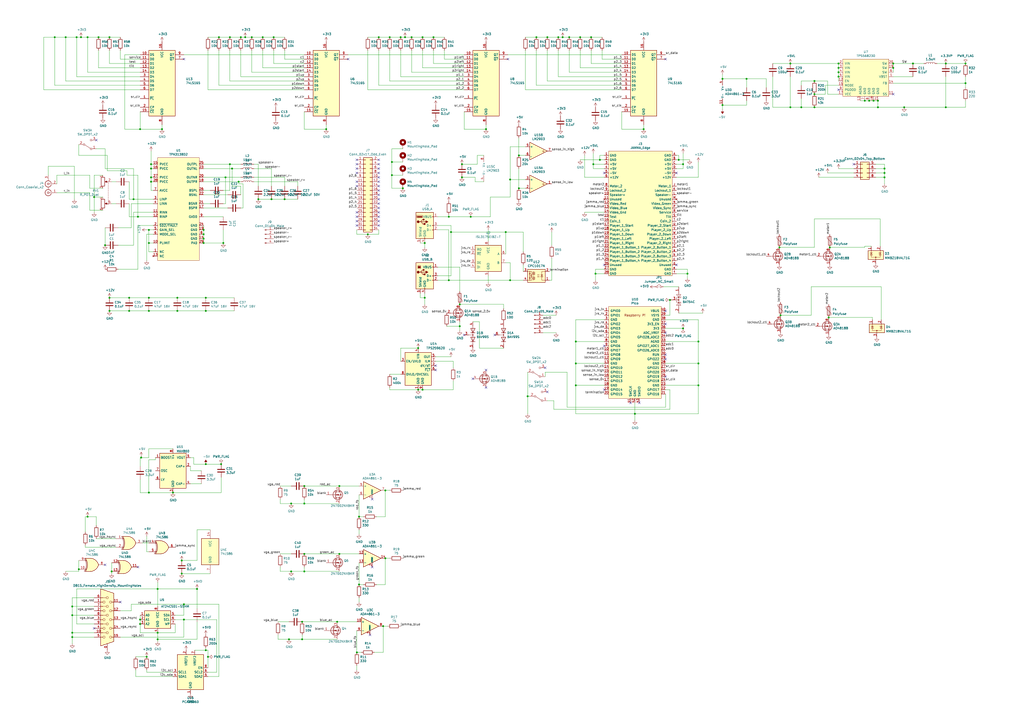
<source format=kicad_sch>
(kicad_sch (version 20211123) (generator eeschema)
  (paper "A2")
  (title_block (title "TD-IO"))
  (junction (at 87.63 105.41))
  (junction (at 273.05 125.73))
  (junction (at 120.65 381))
  (junction (at 311.15 21.59))
  (junction (at 419.1 60.96))
  (junction (at 342.9 21.59))
  (junction (at 31.75 21.59))
  (junction (at 157.48 115.57))
  (junction (at 323.85 21.59))
  (junction (at 560.07 48.26))
  (junction (at 347.98 92.71))
  (junction (at 334.01 198.12))
  (junction (at 472.44 46.99))
  (junction (at 330.2 21.59))
  (junction (at 393.7 92.71))
  (junction (at 334.01 210.82))
  (junction (at 86.36 140.97))
  (junction (at 119.38 180.34))
  (junction (at 227.33 101.6))
  (junction (at 41.91 369.57))
  (junction (at 486.41 41.91))
  (junction (at 175.26 360.68))
  (junction (at 368.3 240.03))
  (junction (at 405.13 223.52))
  (junction (at 176.53 281.94))
  (junction (at 81.28 359.41))
  (junction (at 196.85 321.31))
  (junction (at 77.47 115.57))
  (junction (at 504.19 58.42))
  (junction (at 87.63 97.79))
  (junction (at 91.44 370.84))
  (junction (at 168.91 292.1))
  (junction (at 234.95 21.59))
  (junction (at 74.93 180.34))
  (junction (at 452.12 143.51))
  (junction (at 306.07 229.87))
  (junction (at 458.47 36.83))
  (junction (at 195.58 360.68))
  (junction (at 86.36 172.72))
  (junction (at 86.36 285.75))
  (junction (at 105.41 332.74))
  (junction (at 213.36 135.89))
  (junction (at 219.71 21.59))
  (junction (at 326.39 21.59))
  (junction (at 133.35 95.25))
  (junction (at 266.7 176.53))
  (junction (at 266.7 189.23))
  (junction (at 91.44 367.03))
  (junction (at 208.28 299.72))
  (junction (at 260.35 162.56))
  (junction (at 295.91 104.14))
  (junction (at 119.38 269.24))
  (junction (at 524.51 62.23))
  (junction (at 481.33 143.51))
  (junction (at 506.73 58.42))
  (junction (at 102.87 172.72))
  (junction (at 509.27 58.42))
  (junction (at 242.57 226.06))
  (junction (at 138.43 105.41))
  (junction (at 396.24 95.25))
  (junction (at 130.81 102.87))
  (junction (at 300.99 90.17))
  (junction (at 128.27 269.24))
  (junction (at 548.64 36.83))
  (junction (at 518.16 39.37))
  (junction (at 86.36 180.34))
  (junction (at 114.3 341.63))
  (junction (at 81.915 265.43))
  (junction (at 149.86 115.57))
  (junction (at 267.97 95.25))
  (junction (at 85.09 381))
  (junction (at 227.33 93.98))
  (junction (at 261.62 134.62))
  (junction (at 63.5 180.34))
  (junction (at 472.44 62.23))
  (junction (at 118.11 140.97))
  (junction (at 238.76 21.59))
  (junction (at 501.65 58.42))
  (junction (at 50.8 299.72))
  (junction (at 345.44 158.75))
  (junction (at 176.53 321.31))
  (junction (at 41.91 356.87))
  (junction (at 119.38 172.72))
  (junction (at 54.61 114.3))
  (junction (at 165.1 115.57))
  (junction (at 208.28 339.09))
  (junction (at 336.55 21.59))
  (junction (at 260.35 125.73))
  (junction (at 560.07 36.83))
  (junction (at 223.52 284.48))
  (junction (at 472.44 54.61))
  (junction (at 293.37 134.62))
  (junction (at 118.11 133.35))
  (junction (at 509.27 62.23))
  (junction (at 45.72 330.2))
  (junction (at 281.94 74.93))
  (junction (at 373.38 74.93))
  (junction (at 152.4 21.59))
  (junction (at 133.35 21.59))
  (junction (at 38.1 21.59))
  (junction (at 464.82 62.23))
  (junction (at 245.11 21.59))
  (junction (at 87.63 102.87))
  (junction (at 246.38 140.97))
  (junction (at 196.85 281.94))
  (junction (at 81.28 361.95))
  (junction (at 81.28 74.93))
  (junction (at 146.05 21.59))
  (junction (at 242.57 201.93))
  (junction (at 419.1 45.72))
  (junction (at 41.91 367.03))
  (junction (at 317.5 21.59))
  (junction (at 41.91 351.79))
  (junction (at 405.13 210.82))
  (junction (at 452.755 182.88))
  (junction (at 207.01 378.46))
  (junction (at 334.01 223.52))
  (junction (at 74.93 172.72))
  (junction (at 91.44 341.63))
  (junction (at 100.33 285.75))
  (junction (at 513.08 97.79))
  (junction (at 548.64 62.23))
  (junction (at 300.99 109.22))
  (junction (at 119.38 377.19))
  (junction (at 87.63 95.25))
  (junction (at 222.25 363.22))
  (junction (at 518.16 36.83))
  (junction (at 158.75 21.59))
  (junction (at 105.41 325.12))
  (junction (at 50.8 21.59))
  (junction (at 513.08 102.87))
  (junction (at 233.68 109.22))
  (junction (at 64.77 331.47))
  (junction (at 118.11 135.89))
  (junction (at 486.41 44.45))
  (junction (at 168.91 331.47))
  (junction (at 189.23 74.93))
  (junction (at 80.01 125.73))
  (junction (at 63.5 21.59))
  (junction (at 480.695 184.15))
  (junction (at 118.11 138.43))
  (junction (at 102.87 180.34))
  (junction (at 167.64 370.84))
  (junction (at 106.68 350.52))
  (junction (at 388.62 173.99))
  (junction (at 57.15 21.59))
  (junction (at 245.11 226.06))
  (junction (at 134.62 97.79))
  (junction (at 46.99 21.59))
  (junction (at 529.59 36.83))
  (junction (at 344.17 95.25))
  (junction (at 176.53 331.47))
  (junction (at 433.07 45.72))
  (junction (at 175.26 370.84))
  (junction (at 486.41 36.83))
  (junction (at 226.06 21.59))
  (junction (at 232.41 21.59))
  (junction (at 129.54 140.97))
  (junction (at 486.41 39.37))
  (junction (at 63.5 172.72))
  (junction (at 44.45 21.59))
  (junction (at 295.91 162.56))
  (junction (at 267.97 102.87))
  (junction (at 223.52 323.85))
  (junction (at 513.08 100.33))
  (junction (at 142.24 21.59))
  (junction (at 139.7 21.59))
  (junction (at 127 21.59))
  (junction (at 246.38 172.72))
  (junction (at 405.13 198.12))
  (junction (at 458.47 62.23))
  (junction (at 106.68 359.41))
  (junction (at 86.36 133.35))
  (junction (at 396.24 190.5))
  (junction (at 176.53 292.1))
  (junction (at 398.78 158.75))
  (junction (at 93.98 74.93))
  (junction (at 251.46 21.59))
  (junction (at 60.96 142.24))
  (no_connect (at 495.3 95.25))
  (no_connect (at 219.71 123.19))
  (no_connect (at 207.01 105.41))
  (no_connect (at 274.32 219.71))
  (no_connect (at 219.71 107.95))
  (no_connect (at 386.08 208.28))
  (no_connect (at 392.43 100.33))
  (no_connect (at 350.52 153.67))
  (no_connect (at 252.73 212.09))
  (no_connect (at 106.68 34.29))
  (no_connect (at 317.5 227.33))
  (no_connect (at 219.71 100.33))
  (no_connect (at 207.01 130.81))
  (no_connect (at 365.76 233.68))
  (no_connect (at 370.84 233.68))
  (no_connect (at 219.71 118.11))
  (no_connect (at 219.71 130.81))
  (no_connect (at 350.52 226.06))
  (no_connect (at 350.52 200.66))
  (no_connect (at 219.71 95.25))
  (no_connect (at 386.08 218.44))
  (no_connect (at 287.02 194.31))
  (no_connect (at 386.08 193.04))
  (no_connect (at 215.9 328.93))
  (no_connect (at 386.08 205.74))
  (no_connect (at 80.01 328.93))
  (no_connect (at 219.71 102.87))
  (no_connect (at 54.61 364.49))
  (no_connect (at 392.43 153.67))
  (no_connect (at 281.94 214.63))
  (no_connect (at 207.01 123.19))
  (no_connect (at 219.71 97.79))
  (no_connect (at 386.08 180.34))
  (no_connect (at 219.71 128.27))
  (no_connect (at 269.24 194.31))
  (no_connect (at 219.71 110.49))
  (no_connect (at 294.64 34.29))
  (no_connect (at 215.9 289.56))
  (no_connect (at 219.71 125.73))
  (no_connect (at 207.01 97.79))
  (no_connect (at 281.94 224.79))
  (no_connect (at 386.08 34.29))
  (no_connect (at 207.01 92.71))
  (no_connect (at 207.01 128.27))
  (no_connect (at 350.52 100.33))
  (no_connect (at 69.85 349.25))
  (no_connect (at 207.01 125.73))
  (no_connect (at 486.41 52.07))
  (no_connect (at 316.23 213.36))
  (no_connect (at 219.71 113.03))
  (no_connect (at 207.01 95.25))
  (no_connect (at 214.63 368.3))
  (no_connect (at 518.16 54.61))
  (no_connect (at 60.96 327.66))
  (no_connect (at 219.71 120.65))
  (no_connect (at 219.71 105.41))
  (no_connect (at 252.73 214.63))
  (no_connect (at 386.08 187.96))
  (no_connect (at 219.71 115.57))
  (no_connect (at 219.71 92.71))
  (no_connect (at 207.01 100.33))
  (no_connect (at 207.01 107.95))
  (no_connect (at 55.88 81.28))
  (no_connect (at 201.93 34.29))
  (wire (pts (xy 448.31 62.23) (xy 448.31 44.45)))
  (wire (pts (xy 283.21 160.02) (xy 283.21 163.83)))
  (wire (pts (xy 388.62 237.49) (xy 388.62 226.06)))
  (wire (pts (xy 93.98 72.39) (xy 93.98 74.93)))
  (wire (pts (xy 101.6 361.95) (xy 101.6 367.03)))
  (wire (pts (xy 269.24 49.53) (xy 219.71 49.53)))
  (wire (pts (xy 100.33 392.43) (xy 78.74 392.43)))
  (wire (pts (xy 464.82 46.99) (xy 472.44 46.99)))
  (wire (pts (xy 213.36 135.89) (xy 219.71 135.89)))
  (wire (pts (xy 80.01 125.73) (xy 80.01 101.6)))
  (wire (pts (xy 162.56 331.47) (xy 168.91 331.47)))
  (wire (pts (xy 245.11 39.37) (xy 245.11 29.21)))
  (wire (pts (xy 320.04 142.24) (xy 320.04 134.62)))
  (wire (pts (xy 400.05 92.71) (xy 393.7 92.71)))
  (wire (pts (xy 486.41 41.91) (xy 486.41 39.37)))
  (wire (pts (xy 292.1 176.53) (xy 292.1 179.07)))
  (wire (pts (xy 295.91 114.3) (xy 295.91 104.14)))
  (wire (pts (xy 345.44 162.56) (xy 345.44 158.75)))
  (wire (pts (xy 162.56 292.1) (xy 168.91 292.1)))
  (wire (pts (xy 120.65 381) (xy 120.65 377.19)))
  (wire (pts (xy 165.1 34.29) (xy 165.1 29.21)))
  (wire (pts (xy 269.24 74.93) (xy 281.94 74.93)))
  (wire (pts (xy 304.8 21.59) (xy 311.15 21.59)))
  (wire (pts (xy 513.08 97.79) (xy 513.08 95.25)))
  (wire (pts (xy 458.47 36.83) (xy 486.41 36.83)))
  (wire (pts (xy 125.73 359.41) (xy 125.73 389.89)))
  (wire (pts (xy 513.08 102.87) (xy 513.08 100.33)))
  (wire (pts (xy 334.01 240.03) (xy 334.01 223.52)))
  (wire (pts (xy 405.13 210.82) (xy 405.13 198.12)))
  (wire (pts (xy 81.28 39.37) (xy 57.15 39.37)))
  (wire (pts (xy 119.38 377.19) (xy 113.03 377.19)))
  (wire (pts (xy 133.35 95.25) (xy 139.7 95.25)))
  (wire (pts (xy 347.98 92.71) (xy 347.98 90.17)))
  (wire (pts (xy 222.25 378.46) (xy 222.25 363.22)))
  (wire (pts (xy 81.915 265.43) (xy 81.915 264.795)))
  (wire (pts (xy 472.44 127) (xy 510.54 127)))
  (wire (pts (xy 196.85 321.31) (xy 176.53 321.31)))
  (wire (pts (xy 396.24 190.5) (xy 386.08 190.5)))
  (wire (pts (xy 334.01 198.12) (xy 334.01 210.82)))
  (wire (pts (xy 119.38 180.34) (xy 135.89 180.34)))
  (wire (pts (xy 175.26 368.3) (xy 175.26 370.84)))
  (wire (pts (xy 518.16 48.26) (xy 560.07 48.26)))
  (wire (pts (xy 321.31 237.49) (xy 388.62 237.49)))
  (wire (pts (xy 326.39 21.59) (xy 330.2 21.59)))
  (wire (pts (xy 80.01 156.21) (xy 80.01 130.81)))
  (wire (pts (xy 196.85 281.94) (xy 208.28 281.94)))
  (wire (pts (xy 27.94 96.52) (xy 27.94 101.6)))
  (wire (pts (xy 350.52 223.52) (xy 334.01 223.52)))
  (wire (pts (xy 110.49 270.51) (xy 110.49 273.05)))
  (wire (pts (xy 195.58 360.68) (xy 175.26 360.68)))
  (wire (pts (xy 147.32 102.87) (xy 165.1 102.87)))
  (wire (pts (xy 360.68 49.53) (xy 311.15 49.53)))
  (wire (pts (xy 81.28 361.95) (xy 81.28 359.41)))
  (wire (pts (xy 223.52 299.72) (xy 223.52 284.48)))
  (wire (pts (xy 81.28 44.45) (xy 44.45 44.45)))
  (wire (pts (xy 254 130.81) (xy 261.62 130.81)))
  (wire (pts (xy 54.61 367.03) (xy 41.91 367.03)))
  (wire (pts (xy 87.63 87.63) (xy 87.63 95.25)))
  (wire (pts (xy 176.53 34.29) (xy 165.1 34.29)))
  (wire (pts (xy 118.11 110.49) (xy 121.92 110.49)))
  (wire (pts (xy 344.17 95.25) (xy 344.17 97.79)))
  (wire (pts (xy 349.25 34.29) (xy 349.25 29.21)))
  (wire (pts (xy 336.55 21.59) (xy 342.9 21.59)))
  (wire (pts (xy 86.36 146.05) (xy 86.36 140.97)))
  (wire (pts (xy 189.23 74.93) (xy 176.53 74.93)))
  (wire (pts (xy 168.91 321.31) (xy 162.56 321.31)))
  (wire (pts (xy 120.65 377.19) (xy 119.38 377.19)))
  (wire (pts (xy 55.88 86.36) (xy 60.96 86.36)))
  (wire (pts (xy 243.84 172.72) (xy 246.38 172.72)))
  (wire (pts (xy 120.65 52.07) (xy 120.65 29.21)))
  (wire (pts (xy 31.75 21.59) (xy 38.1 21.59)))
  (wire (pts (xy 139.7 107.95) (xy 134.62 107.95)))
  (wire (pts (xy 100.33 285.75) (xy 128.27 285.75)))
  (wire (pts (xy 486.41 39.37) (xy 486.41 36.83)))
  (wire (pts (xy 81.28 270.51) (xy 81.28 265.43)))
  (wire (pts (xy 472.44 143.51) (xy 472.44 127)))
  (wire (pts (xy 506.095 184.15) (xy 506.095 185.42)))
  (wire (pts (xy 342.9 36.83) (xy 342.9 29.21)))
  (wire (pts (xy 118.11 118.11) (xy 121.92 118.11)))
  (wire (pts (xy 262.89 213.36) (xy 262.89 209.55)))
  (wire (pts (xy 284.48 114.3) (xy 284.48 125.73)))
  (wire (pts (xy 87.63 102.87) (xy 88.9 102.87)))
  (wire (pts (xy 207.01 365.76) (xy 207.01 378.46)))
  (wire (pts (xy 433.07 60.96) (xy 433.07 58.42)))
  (wire (pts (xy 506.73 58.42) (xy 509.27 58.42)))
  (wire (pts (xy 44.45 361.95) (xy 44.45 341.63)))
  (wire (pts (xy 518.16 36.83) (xy 529.59 36.83)))
  (wire (pts (xy 396.24 95.25) (xy 392.43 95.25)))
  (wire (pts (xy 41.91 346.71) (xy 41.91 351.79)))
  (wire (pts (xy 306.07 229.87) (xy 307.34 229.87)))
  (wire (pts (xy 134.62 107.95) (xy 134.62 97.79)))
  (wire (pts (xy 158.75 36.83) (xy 158.75 29.21)))
  (wire (pts (xy 486.41 54.61) (xy 480.06 54.61)))
  (wire (pts (xy 368.3 240.03) (xy 368.3 243.84)))
  (wire (pts (xy 196.85 292.1) (xy 176.53 292.1)))
  (wire (pts (xy 317.5 46.99) (xy 317.5 29.21)))
  (wire (pts (xy 52.07 111.76) (xy 52.07 121.92)))
  (wire (pts (xy 269.24 46.99) (xy 226.06 46.99)))
  (wire (pts (xy 85.09 311.15) (xy 85.09 320.04)))
  (wire (pts (xy 147.32 95.25) (xy 149.86 95.25)))
  (wire (pts (xy 504.19 58.42) (xy 501.65 58.42)))
  (wire (pts (xy 219.71 135.89) (xy 219.71 133.35)))
  (wire (pts (xy 350.52 92.71) (xy 347.98 92.71)))
  (wire (pts (xy 246.38 172.72) (xy 246.38 170.18)))
  (wire (pts (xy 219.71 21.59) (xy 226.06 21.59)))
  (wire (pts (xy 269.24 64.77) (xy 269.24 74.93)))
  (wire (pts (xy 386.08 236.22) (xy 386.08 228.6)))
  (wire (pts (xy 38.1 21.59) (xy 38.1 46.99)))
  (wire (pts (xy 474.98 102.87) (xy 495.3 102.87)))
  (wire (pts (xy 73.66 101.6) (xy 73.66 99.06)))
  (wire (pts (xy 548.64 44.45) (xy 548.64 62.23)))
  (wire (pts (xy 269.24 34.29) (xy 257.81 34.29)))
  (wire (pts (xy 62.23 90.17) (xy 45.72 90.17)))
  (wire (pts (xy 480.695 184.15) (xy 506.095 184.15)))
  (wire (pts (xy 510.54 127) (xy 510.54 142.875)))
  (wire (pts (xy 208.28 309.88) (xy 208.28 307.34)))
  (wire (pts (xy 396.24 88.9) (xy 396.24 95.25)))
  (wire (pts (xy 304.8 52.07) (xy 304.8 29.21)))
  (wire (pts (xy 480.06 46.99) (xy 472.44 46.99)))
  (wire (pts (xy 444.5 45.72) (xy 433.07 45.72)))
  (wire (pts (xy 233.68 86.36) (xy 227.33 86.36)))
  (wire (pts (xy 328.93 215.9) (xy 316.23 215.9)))
  (wire (pts (xy 78.74 392.43) (xy 78.74 388.62)))
  (wire (pts (xy 90.17 265.43) (xy 90.17 266.7)))
  (wire (pts (xy 67.31 317.5) (xy 49.53 317.5)))
  (wire (pts (xy 276.86 95.25) (xy 276.86 90.17)))
  (wire (pts (xy 267.97 102.87) (xy 275.59 102.87)))
  (wire (pts (xy 478.79 54.61) (xy 478.79 49.53)))
  (wire (pts (xy 480.06 54.61) (xy 480.06 46.99)))
  (wire (pts (xy 67.31 118.11) (xy 64.77 118.11)))
  (wire (pts (xy 360.68 74.93) (xy 373.38 74.93)))
  (wire (pts (xy 260.35 162.56) (xy 295.91 162.56)))
  (wire (pts (xy 208.28 339.09) (xy 210.82 339.09)))
  (wire (pts (xy 320.04 162.56) (xy 320.04 149.86)))
  (wire (pts (xy 478.79 49.53) (xy 486.41 49.53)))
  (wire (pts (xy 139.7 44.45) (xy 139.7 29.21)))
  (wire (pts (xy 176.53 52.07) (xy 120.65 52.07)))
  (wire (pts (xy 254 154.94) (xy 266.7 154.94)))
  (wire (pts (xy 261.62 134.62) (xy 293.37 134.62)))
  (wire (pts (xy 86.36 265.43) (xy 86.36 260.35)))
  (wire (pts (xy 125.73 389.89) (xy 120.65 389.89)))
  (wire (pts (xy 134.62 97.79) (xy 139.7 97.79)))
  (wire (pts (xy 208.28 299.72) (xy 210.82 299.72)))
  (wire (pts (xy 232.41 21.59) (xy 234.95 21.59)))
  (wire (pts (xy 77.47 115.57) (xy 88.9 115.57)))
  (wire (pts (xy 135.89 172.72) (xy 119.38 172.72)))
  (wire (pts (xy 76.2 132.08) (xy 68.58 132.08)))
  (wire (pts (xy 433.07 45.72) (xy 419.1 45.72)))
  (wire (pts (xy 49.53 299.72) (xy 50.8 299.72)))
  (wire (pts (xy 560.07 62.23) (xy 560.07 58.42)))
  (wire (pts (xy 161.29 370.84) (xy 167.64 370.84)))
  (wire (pts (xy 219.71 49.53) (xy 219.71 29.21)))
  (wire (pts (xy 254 162.56) (xy 260.35 162.56)))
  (wire (pts (xy 292.1 176.53) (xy 266.7 176.53)))
  (wire (pts (xy 300.99 109.22) (xy 304.8 109.22)))
  (wire (pts (xy 266.7 154.94) (xy 266.7 168.91)))
  (wire (pts (xy 267.97 95.25) (xy 276.86 95.25)))
  (wire (pts (xy 38.1 21.59) (xy 44.45 21.59)))
  (wire (pts (xy 44.45 21.59) (xy 44.45 44.45)))
  (wire (pts (xy 360.68 64.77) (xy 360.68 74.93)))
  (wire (pts (xy 323.85 44.45) (xy 323.85 29.21)))
  (wire (pts (xy 87.63 97.79) (xy 87.63 102.87)))
  (wire (pts (xy 119.38 172.72) (xy 102.87 172.72)))
  (wire (pts (xy 278.13 201.93) (xy 278.13 186.69)))
  (wire (pts (xy 90.17 266.7) (xy 86.36 266.7)))
  (wire (pts (xy 114.3 370.84) (xy 114.3 360.68)))
  (wire (pts (xy 452.12 143.51) (xy 472.44 143.51)))
  (wire (pts (xy 127 392.43) (xy 120.65 392.43)))
  (wire (pts (xy 323.85 21.59) (xy 317.5 21.59)))
  (wire (pts (xy 86.36 172.72) (xy 74.93 172.72)))
  (wire (pts (xy 405.13 198.12) (xy 405.13 185.42)))
  (wire (pts (xy 129.54 140.97) (xy 118.11 140.97)))
  (wire (pts (xy 318.77 162.56) (xy 320.04 162.56)))
  (wire (pts (xy 238.76 41.91) (xy 238.76 29.21)))
  (wire (pts (xy 81.28 34.29) (xy 69.85 34.29)))
  (wire (pts (xy 91.44 370.84) (xy 91.44 367.03)))
  (wire (pts (xy 529.59 36.83) (xy 535.94 36.83)))
  (wire (pts (xy 149.86 115.57) (xy 157.48 115.57)))
  (wire (pts (xy 139.7 21.59) (xy 133.35 21.59)))
  (wire (pts (xy 295.91 162.56) (xy 303.53 162.56)))
  (wire (pts (xy 88.9 133.35) (xy 86.36 133.35)))
  (wire (pts (xy 347.98 92.71) (xy 336.55 92.71)))
  (wire (pts (xy 55.88 304.8) (xy 55.88 299.72)))
  (wire (pts (xy 162.56 289.56) (xy 162.56 292.1)))
  (wire (pts (xy 284.48 125.73) (xy 273.05 125.73)))
  (wire (pts (xy 261.62 160.02) (xy 254 160.02)))
  (wire (pts (xy 176.53 36.83) (xy 158.75 36.83)))
  (wire (pts (xy 88.9 146.05) (xy 86.36 146.05)))
  (wire (pts (xy 129.54 133.35) (xy 129.54 140.97)))
  (wire (pts (xy 283.21 133.35) (xy 283.21 139.7)))
  (wire (pts (xy 334.01 210.82) (xy 350.52 210.82)))
  (wire (pts (xy 114.3 325.12) (xy 114.3 307.34)))
  (wire (pts (xy 458.47 62.23) (xy 464.82 62.23)))
  (wire (pts (xy 72.39 31.75) (xy 81.28 31.75)))
  (wire (pts (xy 44.45 341.63) (xy 91.44 341.63)))
  (wire (pts (xy 152.4 21.59) (xy 158.75 21.59)))
  (wire (pts (xy 105.41 325.12) (xy 114.3 325.12)))
  (wire (pts (xy 207.01 388.62) (xy 207.01 386.08)))
  (wire (pts (xy 140.97 120.65) (xy 140.97 106.68)))
  (wire (pts (xy 518.16 41.91) (xy 518.16 39.37)))
  (wire (pts (xy 81.28 49.53) (xy 31.75 49.53)))
  (wire (pts (xy 138.43 106.68) (xy 138.43 105.41)))
  (wire (pts (xy 64.77 332.74) (xy 64.77 331.47)))
  (wire (pts (xy 147.32 105.41) (xy 172.72 105.41)))
  (wire (pts (xy 76.2 118.11) (xy 76.2 132.08)))
  (wire (pts (xy 207.01 135.89) (xy 207.01 133.35)))
  (wire (pts (xy 54.61 356.87) (xy 41.91 356.87)))
  (wire (pts (xy 118.11 138.43) (xy 118.11 140.97)))
  (wire (pts (xy 50.8 21.59) (xy 50.8 41.91)))
  (wire (pts (xy 69.85 34.29) (xy 69.85 29.21)))
  (wire (pts (xy 165.1 115.57) (xy 172.72 115.57)))
  (wire (pts (xy 129.54 110.49) (xy 133.35 110.49)))
  (wire (pts (xy 513.08 95.25) (xy 508 95.25)))
  (wire (pts (xy 560.07 44.45) (xy 560.07 48.26)))
  (wire (pts (xy 543.56 36.83) (xy 548.64 36.83)))
  (wire (pts (xy 157.48 115.57) (xy 165.1 115.57)))
  (wire (pts (xy 106.68 359.41) (xy 125.73 359.41)))
  (wire (pts (xy 262.89 226.06) (xy 262.89 220.98)))
  (wire (pts (xy 458.47 44.45) (xy 458.47 62.23)))
  (wire (pts (xy 396.24 95.25) (xy 396.24 97.79)))
  (wire (pts (xy 176.53 64.77) (xy 176.53 74.93)))
  (wire (pts (xy 405.13 185.42) (xy 386.08 185.42)))
  (wire (pts (xy 314.96 182.88) (xy 322.58 182.88)))
  (wire (pts (xy 106.68 350.52) (xy 76.2 350.52)))
  (wire (pts (xy 300.99 90.17) (xy 300.99 80.01)))
  (wire (pts (xy 63.5 21.59) (xy 69.85 21.59)))
  (wire (pts (xy 350.52 123.19) (xy 339.09 123.19)))
  (wire (pts (xy 269.24 52.07) (xy 213.36 52.07)))
  (wire (pts (xy 275.59 105.41) (xy 280.67 105.41)))
  (wire (pts (xy 41.91 351.79) (xy 41.91 356.87)))
  (wire (pts (xy 262.89 209.55) (xy 252.73 209.55)))
  (wire (pts (xy 322.58 193.04) (xy 314.96 193.04)))
  (wire (pts (xy 339.09 90.17) (xy 339.09 102.87)))
  (wire (pts (xy 360.68 39.37) (xy 336.55 39.37)))
  (wire (pts (xy 77.47 142.24) (xy 68.58 142.24)))
  (wire (pts (xy 368.3 240.03) (xy 405.13 240.03)))
  (wire (pts (xy 152.4 39.37) (xy 152.4 29.21)))
  (wire (pts (xy 119.38 375.92) (xy 119.38 377.19)))
  (wire (pts (xy 433.07 50.8) (xy 433.07 45.72)))
  (wire (pts (xy 294.64 31.75) (xy 360.68 31.75)))
  (wire (pts (xy 257.81 34.29) (xy 257.81 29.21)))
  (wire (pts (xy 243.84 170.18) (xy 243.84 172.72)))
  (wire (pts (xy 311.15 49.53) (xy 311.15 29.21)))
  (wire (pts (xy 344.17 95.25) (xy 350.52 95.25)))
  (wire (pts (xy 139.7 120.65) (xy 140.97 120.65)))
  (wire (pts (xy 506.73 58.42) (xy 504.19 58.42)))
  (wire (pts (xy 208.28 287.02) (xy 208.28 299.72)))
  (wire (pts (xy 246.38 140.97) (xy 243.84 140.97)))
  (wire (pts (xy 127 21.59) (xy 133.35 21.59)))
  (wire (pts (xy 295.91 104.14) (xy 304.8 104.14)))
  (wire (pts (xy 149.86 107.95) (xy 149.86 95.25)))
  (wire (pts (xy 93.98 74.93) (xy 81.28 74.93)))
  (wire (pts (xy 67.31 312.42) (xy 55.88 312.42)))
  (wire (pts (xy 328.93 236.22) (xy 386.08 236.22)))
  (wire (pts (xy 138.43 105.41) (xy 139.7 105.41)))
  (wire (pts (xy 405.13 102.87) (xy 392.43 102.87)))
  (wire (pts (xy 195.58 360.68) (xy 207.01 360.68)))
  (wire (pts (xy 293.37 134.62) (xy 303.53 134.62)))
  (wire (pts (xy 328.93 215.9) (xy 328.93 236.22)))
  (wire (pts (xy 146.05 21.59) (xy 152.4 21.59)))
  (wire (pts (xy 54.61 123.19) (xy 54.61 114.3)))
  (wire (pts (xy 419.1 60.96) (xy 419.1 63.5)))
  (wire (pts (xy 87.63 105.41) (xy 88.9 105.41)))
  (wire (pts (xy 360.68 41.91) (xy 330.2 41.91)))
  (wire (pts (xy 452.755 182.88) (xy 470.535 182.88)))
  (wire (pts (xy 388.62 182.88) (xy 388.62 173.99)))
  (wire (pts (xy 316.23 215.9) (xy 316.23 218.44)))
  (wire (pts (xy 405.13 223.52) (xy 405.13 210.82)))
  (wire (pts (xy 118.11 105.41) (xy 138.43 105.41)))
  (wire (pts (xy 54.61 346.71) (xy 41.91 346.71)))
  (wire (pts (xy 501.65 143.51) (xy 501.65 142.875)))
  (wire (pts (xy 444.5 50.8) (xy 444.5 45.72)))
  (wire (pts (xy 119.38 269.24) (xy 112.395 269.24)))
  (wire (pts (xy 33.02 106.68) (xy 33.02 101.6)))
  (wire (pts (xy 25.4 21.59) (xy 31.75 21.59)))
  (wire (pts (xy 360.68 46.99) (xy 317.5 46.99)))
  (wire (pts (xy 85.09 320.04) (xy 86.36 320.04)))
  (wire (pts (xy 110.49 280.67) (xy 116.84 280.67)))
  (wire (pts (xy 246.38 176.53) (xy 246.38 172.72)))
  (wire (pts (xy 54.61 361.95) (xy 44.45 361.95)))
  (wire (pts (xy 259.08 189.23) (xy 266.7 189.23)))
  (wire (pts (xy 245.11 21.59) (xy 251.46 21.59)))
  (wire (pts (xy 524.51 62.23) (xy 509.27 62.23)))
  (wire (pts (xy 74.93 180.34) (xy 86.36 180.34)))
  (wire (pts (xy 226.06 46.99) (xy 226.06 29.21)))
  (wire (pts (xy 398.78 161.29) (xy 398.78 158.75)))
  (wire (pts (xy 87.63 95.25) (xy 87.63 97.79)))
  (wire (pts (xy 106.68 359.41) (xy 101.6 359.41)))
  (wire (pts (xy 43.18 96.52) (xy 43.18 115.57)))
  (wire (pts (xy 486.41 44.45) (xy 486.41 41.91)))
  (wire (pts (xy 495.3 97.79) (xy 486.41 97.79)))
  (wire (pts (xy 77.47 97.79) (xy 60.96 97.79)))
  (wire (pts (xy 269.24 36.83) (xy 251.46 36.83)))
  (wire (pts (xy 176.53 46.99) (xy 133.35 46.99)))
  (wire (pts (xy 458.47 36.83) (xy 448.31 36.83)))
  (wire (pts (xy 472.44 54.61) (xy 478.79 54.61)))
  (wire (pts (xy 127 350.52) (xy 127 392.43)))
  (wire (pts (xy 330.2 41.91) (xy 330.2 29.21)))
  (wire (pts (xy 224.79 363.22) (xy 222.25 363.22)))
  (wire (pts (xy 119.38 180.34) (xy 102.87 180.34)))
  (wire (pts (xy 176.53 44.45) (xy 139.7 44.45)))
  (wire (pts (xy 195.58 370.84) (xy 175.26 370.84)))
  (wire (pts (xy 201.93 31.75) (xy 269.24 31.75)))
  (wire (pts (xy 347.98 90.17) (xy 350.52 90.17)))
  (wire (pts (xy 31.75 21.59) (xy 31.75 49.53)))
  (wire (pts (xy 398.78 156.21) (xy 392.43 156.21)))
  (wire (pts (xy 88.9 140.97) (xy 86.36 140.97)))
  (wire (pts (xy 511.175 166.37) (xy 511.175 185.42)))
  (wire (pts (xy 74.93 118.11) (xy 74.93 125.73)))
  (wire (pts (xy 38.1 331.47) (xy 45.72 331.47)))
  (wire (pts (xy 80.01 125.73) (xy 88.9 125.73)))
  (wire (pts (xy 405.13 93.98) (xy 405.13 102.87)))
  (wire (pts (xy 518.16 36.83) (xy 518.16 39.37)))
  (wire (pts (xy 91.44 370.84) (xy 114.3 370.84)))
  (wire (pts (xy 464.82 62.23) (xy 472.44 62.23)))
  (wire (pts (xy 233.68 93.98) (xy 227.33 93.98)))
  (wire (pts (xy 59.69 101.6) (xy 54.61 101.6)))
  (wire (pts (xy 168.91 281.94) (xy 162.56 281.94)))
  (wire (pts (xy 57.15 21.59) (xy 63.5 21.59)))
  (wire (pts (xy 72.39 31.75) (xy 72.39 74.93)))
  (wire (pts (xy 278.13 186.69) (xy 274.32 186.69)))
  (wire (pts (xy 388.62 226.06) (xy 386.08 226.06)))
  (wire (pts (xy 114.3 341.63) (xy 91.44 341.63)))
  (wire (pts (xy 133.35 46.99) (xy 133.35 29.21)))
  (wire (pts (xy 130.81 118.11) (xy 130.81 102.87)))
  (wire (pts (xy 321.31 232.41) (xy 317.5 232.41)))
  (wire (pts (xy 88.9 135.89) (xy 85.09 135.89)))
  (wire (pts (xy 548.64 62.23) (xy 560.07 62.23)))
  (wire (pts (xy 45.72 325.12) (xy 45.72 330.2)))
  (wire (pts (xy 105.41 332.74) (xy 121.92 332.74)))
  (wire (pts (xy 106.68 350.52) (xy 106.68 356.87)))
  (wire (pts (xy 91.44 341.63) (xy 91.44 337.82)))
  (wire (pts (xy 360.68 52.07) (xy 304.8 52.07)))
  (wire (pts (xy 232.41 217.17) (xy 226.06 217.17)))
  (wire (pts (xy 86.36 180.34) (xy 102.87 180.34)))
  (wire (pts (xy 176.53 289.56) (xy 176.53 292.1)))
  (wire (pts (xy 139.7 113.03) (xy 139.7 107.95)))
  (wire (pts (xy 76.2 354.33) (xy 69.85 354.33)))
  (wire (pts (xy 360.68 34.29) (xy 349.25 34.29)))
  (wire (pts (xy 227.33 93.98) (xy 227.33 101.6)))
  (wire (pts (xy 80.01 101.6) (xy 73.66 101.6)))
  (wire (pts (xy 218.44 339.09) (xy 223.52 339.09)))
  (wire (pts (xy 49.53 308.61) (xy 49.53 299.72)))
  (wire (pts (xy 321.31 237.49) (xy 321.31 232.41)))
  (wire (pts (xy 55.88 299.72) (xy 50.8 299.72)))
  (wire (pts (xy 45.72 83.82) (xy 45.72 90.17)))
  (wire (pts (xy 261.62 134.62) (xy 261.62 160.02)))
  (wire (pts (xy 118.11 113.03) (xy 132.08 113.03)))
  (wire (pts (xy 227.33 86.36) (xy 227.33 93.98)))
  (wire (pts (xy 261.62 130.81) (xy 261.62 134.62)))
  (wire (pts (xy 303.53 146.05) (xy 303.53 134.62)))
  (wire (pts (xy 128.27 276.86) (xy 128.27 285.75)))
  (wire (pts (xy 334.01 185.42) (xy 334.01 198.12)))
  (wire (pts (xy 486.41 46.99) (xy 486.41 44.45)))
  (wire (pts (xy 118.11 138.43) (xy 118.11 135.89)))
  (wire (pts (xy 405.13 240.03) (xy 405.13 223.52)))
  (wire (pts (xy 560.07 48.26) (xy 560.07 50.8)))
  (wire (pts (xy 275.59 102.87) (xy 275.59 105.41)))
  (wire (pts (xy 80.01 130.81) (xy 88.9 130.81)))
  (wire (pts (xy 393.7 92.71) (xy 393.7 90.17)))
  (wire (pts (xy 45.72 331.47) (xy 45.72 330.2)))
  (wire (pts (xy 393.7 90.17) (xy 392.43 90.17)))
  (wire (pts (xy 142.24 21.59) (xy 146.05 21.59)))
  (wire (pts (xy 295.91 85.09) (xy 304.8 85.09)))
  (wire (pts (xy 217.17 378.46) (xy 222.25 378.46)))
  (wire (pts (xy 73.66 99.06) (xy 62.23 99.06)))
  (wire (pts (xy 223.52 339.09) (xy 223.52 323.85)))
  (wire (pts (xy 213.36 52.07) (xy 213.36 29.21)))
  (wire (pts (xy 63.5 36.83) (xy 63.5 29.21)))
  (wire (pts (xy 44.45 21.59) (xy 46.99 21.59)))
  (wire (pts (xy 226.06 224.79) (xy 226.06 226.06)))
  (wire (pts (xy 91.44 372.11) (xy 91.44 370.84)))
  (wire (pts (xy 273.05 125.73) (xy 260.35 125.73)))
  (wire (pts (xy 100.33 389.89) (xy 85.09 389.89)))
  (wire (pts (xy 306.07 215.9) (xy 306.07 229.87)))
  (wire (pts (xy 81.28 46.99) (xy 38.1 46.99)))
  (wire (pts (xy 87.63 105.41) (xy 87.63 110.49)))
  (wire (pts (xy 60.96 132.08) (xy 60.96 142.24)))
  (wire (pts (xy 81.28 74.93) (xy 72.39 74.93)))
  (wire (pts (xy 284.48 114.3) (xy 295.91 114.3)))
  (wire (pts (xy 208.28 349.25) (xy 208.28 346.71)))
  (wire (pts (xy 54.61 114.3) (xy 59.69 114.3)))
  (wire (pts (xy 360.68 44.45) (xy 323.85 44.45)))
  (wire (pts (xy 54.61 369.57) (xy 41.91 369.57)))
  (wire (pts (xy 251.46 21.59) (xy 257.81 21.59)))
  (wire (pts (xy 114.3 307.34) (xy 121.92 307.34)))
  (wire (pts (xy 81.28 285.75) (xy 86.36 285.75)))
  (wire (pts (xy 261.62 207.01) (xy 252.73 207.01)))
  (wire (pts (xy 63.5 172.72) (xy 74.93 172.72)))
  (wire (pts (xy 393.7 92.71) (xy 392.43 92.71)))
  (wire (pts (xy 86.36 260.35) (xy 100.33 260.35)))
  (wire (pts (xy 480.06 100.33) (xy 495.3 100.33)))
  (wire (pts (xy 88.9 123.19) (xy 77.47 123.19)))
  (wire (pts (xy 405.13 223.52) (xy 386.08 223.52)))
  (wire (pts (xy 232.41 44.45) (xy 232.41 29.21)))
  (wire (pts (xy 227.33 109.22) (xy 233.68 109.22)))
  (wire (pts (xy 266.7 189.23) (xy 266.7 186.69)))
  (wire (pts (xy 62.23 99.06) (xy 62.23 90.17)))
  (wire (pts (xy 281.94 74.93) (xy 281.94 72.39)))
  (wire (pts (xy 398.78 158.75) (xy 398.78 156.21)))
  (wire (pts (xy 112.395 265.43) (xy 112.395 269.24)))
  (wire (pts (xy 172.72 105.41) (xy 172.72 107.95)))
  (wire (pts (xy 81.28 52.07) (xy 25.4 52.07)))
  (wire (pts (xy 269.24 41.91) (xy 238.76 41.91)))
  (wire (pts (xy 33.02 111.76) (xy 52.07 111.76)))
  (wire (pts (xy 368.3 240.03) (xy 334.01 240.03)))
  (wire (pts (xy 87.63 102.87) (xy 87.63 105.41)))
  (wire (pts (xy 33.02 101.6) (xy 52.07 101.6)))
  (wire (pts (xy 165.1 102.87) (xy 165.1 107.95)))
  (wire (pts (xy 396.24 97.79) (xy 392.43 97.79)))
  (wire (pts (xy 162.56 328.93) (xy 162.56 331.47)))
  (wire (pts (xy 118.11 133.35) (xy 118.11 135.89)))
  (wire (pts (xy 386.08 182.88) (xy 388.62 182.88)))
  (wire (pts (xy 293.37 152.4) (xy 295.91 152.4)))
  (wire (pts (xy 120.65 21.59) (xy 127 21.59)))
  (wire (pts (xy 368.3 233.68) (xy 368.3 240.03)))
  (wire (pts (xy 106.68 350.52) (xy 127 350.52)))
  (wire (pts (xy 393.7 181.61) (xy 407.67 181.61)))
  (wire (pts (xy 242.57 226.06) (xy 245.11 226.06)))
  (wire (pts (xy 167.64 360.68) (xy 161.29 360.68)))
  (wire (pts (xy 81.28 36.83) (xy 63.5 36.83)))
  (wire (pts (xy 213.36 135.89) (xy 207.01 135.89)))
  (wire (pts (xy 85.09 381) (xy 78.74 381)))
  (wire (pts (xy 81.28 278.13) (xy 81.28 285.75)))
  (wire (pts (xy 86.36 172.72) (xy 102.87 172.72)))
  (wire (pts (xy 518.16 44.45) (xy 529.59 44.45)))
  (wire (pts (xy 41.91 367.03) (xy 41.91 369.57)))
  (wire (pts (xy 513.08 100.33) (xy 508 100.33)))
  (wire (pts (xy 342.9 21.59) (xy 349.25 21.59)))
  (wire (pts (xy 300.99 109.22) (xy 300.99 97.79)))
  (wire (pts (xy 74.93 115.57) (xy 77.47 115.57)))
  (wire (pts (xy 118.11 97.79) (xy 134.62 97.79)))
  (wire (pts (xy 419.1 60.96) (xy 433.07 60.96)))
  (wire (pts (xy 139.7 21.59) (xy 142.24 21.59)))
  (wire (pts (xy 74.93 105.41) (xy 74.93 115.57)))
  (wire (pts (xy 81.28 64.77) (xy 81.28 74.93)))
  (wire (pts (xy 304.8 90.17) (xy 300.99 90.17)))
  (wire (pts (xy 245.11 226.06) (xy 262.89 226.06)))
  (wire (pts (xy 405.13 210.82) (xy 386.08 210.82)))
  (wire (pts (xy 176.53 292.1) (xy 168.91 292.1)))
  (wire (pts (xy 470.535 166.37) (xy 470.535 182.88)))
  (wire (pts (xy 513.08 97.79) (xy 508 97.79)))
  (wire (pts (xy 86.36 140.97) (xy 86.36 133.35)))
  (wire (pts (xy 86.36 266.7) (xy 86.36 285.75)))
  (wire (pts (xy 81.28 367.03) (xy 81.28 361.95)))
  (wire (pts (xy 161.29 368.3) (xy 161.29 370.84)))
  (wire (pts (xy 218.44 299.72) (xy 223.52 299.72)))
  (wire (pts (xy 176.53 331.47) (xy 168.91 331.47)))
  (wire (pts (xy 481.33 143.51) (xy 501.65 143.51)))
  (wire (pts (xy 208.28 326.39) (xy 208.28 339.09)))
  (wire (pts (xy 81.28 359.41) (xy 81.28 356.87)))
  (wire (pts (xy 278.13 201.93) (xy 292.1 201.93)))
  (wire (pts (xy 118.11 95.25) (xy 133.35 95.25)))
  (wire (pts (xy 74.93 125.73) (xy 80.01 125.73)))
  (wire (pts (xy 64.77 331.47) (xy 64.77 326.39)))
  (wire (pts (xy 118.11 102.87) (xy 130.81 102.87)))
  (wire (pts (xy 232.41 201.93) (xy 242.57 201.93)))
  (wire (pts (xy 118.11 130.81) (xy 118.11 133.35)))
  (wire (pts (xy 52.07 121.92) (xy 59.69 121.92)))
  (wire (pts (xy 501.65 58.42) (xy 499.11 58.42)))
  (wire (pts (xy 513.08 102.87) (xy 513.08 106.68)))
  (wire (pts (xy 60.96 97.79) (xy 60.96 86.36)))
  (wire (pts (xy 81.915 265.43) (xy 86.36 265.43)))
  (wire (pts (xy 130.81 102.87) (xy 139.7 102.87)))
  (wire (pts (xy 269.24 44.45) (xy 232.41 44.45)))
  (wire (pts (xy 227.33 101.6) (xy 227.33 109.22)))
  (wire (pts (xy 513.08 102.87) (xy 508 102.87)))
  (wire (pts (xy 129.54 118.11) (xy 130.81 118.11)))
  (wire (pts (xy 52.07 109.22) (xy 59.69 109.22)))
  (wire (pts (xy 254 125.73) (xy 260.35 125.73)))
  (wire (pts (xy 266.7 189.23) (xy 266.7 191.77)))
  (wire (pts (xy 176.53 31.75) (xy 106.68 31.75)))
  (wire (pts (xy 373.38 72.39) (xy 373.38 74.93)))
  (wire (pts (xy 350.52 198.12) (xy 334.01 198.12)))
  (wire (pts (xy 86.36 285.75) (xy 100.33 285.75)))
  (wire (pts (xy 464.82 57.15) (xy 464.82 62.23)))
  (wire (pts (xy 176.53 328.93) (xy 176.53 331.47)))
  (wire (pts (xy 339.09 102.87) (xy 350.52 102.87)))
  (wire (pts (xy 189.23 72.39) (xy 189.23 74.93)))
  (wire (pts (xy 110.49 273.05) (xy 116.84 273.05)))
  (wire (pts (xy 63.5 180.34) (xy 74.93 180.34)))
  (wire (pts (xy 101.6 356.87) (xy 106.68 356.87)))
  (wire (pts (xy 68.58 156.21) (xy 80.01 156.21)))
  (wire (pts (xy 41.91 356.87) (xy 41.91 367.03)))
  (wire (pts (xy 226.06 226.06) (xy 242.57 226.06)))
  (wire (pts (xy 118.11 120.65) (xy 132.08 120.65)))
  (wire (pts (xy 196.85 321.31) (xy 208.28 321.31)))
  (wire (pts (xy 350.52 185.42) (xy 334.01 185.42)))
  (wire (pts (xy 110.49 265.43) (xy 112.395 265.43)))
  (wire (pts (xy 118.11 125.73) (xy 129.54 125.73)))
  (wire (pts (xy 158.75 21.59) (xy 165.1 21.59)))
  (wire (pts (xy 196.85 281.94) (xy 176.53 281.94)))
  (wire (pts (xy 472.44 62.23) (xy 509.27 62.23)))
  (wire (pts (xy 246.38 143.51) (xy 246.38 140.97)))
  (wire (pts (xy 330.2 21.59) (xy 336.55 21.59)))
  (wire (pts (xy 360.68 36.83) (xy 342.9 36.83)))
  (wire (pts (xy 398.78 158.75) (xy 392.43 158.75)))
  (wire (pts (xy 82.55 314.96) (xy 86.36 314.96)))
  (wire (pts (xy 344.17 88.9) (xy 344.17 95.25)))
  (wire (pts (xy 106.68 369.57) (xy 106.68 359.41)))
  (wire (pts (xy 311.15 21.59) (xy 317.5 21.59)))
  (wire (pts (xy 91.44 367.03) (xy 81.28 367.03)))
  (wire (pts (xy 41.91 369.57) (xy 41.91 373.38)))
  (wire (pts (xy 227.33 101.6) (xy 233.68 101.6)))
  (wire (pts (xy 226.06 323.85) (xy 223.52 323.85)))
  (wire (pts (xy 295.91 152.4) (xy 295.91 162.56)))
  (wire (pts (xy 393.7 166.37) (xy 384.81 166.37)))
  (wire (pts (xy 43.18 96.52) (xy 27.94 96.52)))
  (wire (pts (xy 76.2 350.52) (xy 76.2 354.33)))
  (wire (pts (xy 560.07 36.83) (xy 548.64 36.83)))
  (wire (pts (xy 207.01 378.46) (xy 209.55 378.46)))
  (wire (pts (xy 57.15 39.37) (xy 57.15 29.21)))
  (wire (pts (xy 260.35 162.56) (xy 260.35 133.35)))
  (wire (pts (xy 260.35 125.73) (xy 260.35 124.46)))
  (wire (pts (xy 470.535 166.37) (xy 511.175 166.37)))
  (wire (pts (xy 276.86 90.17) (xy 280.67 90.17)))
  (wire (pts (xy 251.46 36.83) (xy 251.46 29.21)))
  (wire (pts (xy 157.48 97.79) (xy 157.48 107.95)))
  (wire (pts (xy 334.01 223.52) (xy 334.01 210.82)))
  (wire (pts (xy 323.85 21.59) (xy 326.39 21.59)))
  (wire (pts (xy 405.13 198.12) (xy 386.08 198.12)))
  (wire (pts (xy 87.63 97.79) (xy 88.9 97.79)))
  (wire (pts (xy 81.28 41.91) (xy 50.8 41.91)))
  (wire (pts (xy 77.47 123.19) (xy 77.47 142.24)))
  (wire (pts (xy 226.06 284.48) (xy 223.52 284.48)))
  (wire (pts (xy 232.41 21.59) (xy 226.06 21.59)))
  (wire (pts (xy 81.28 265.43) (xy 81.915 265.43)))
  (wire (pts (xy 127 49.53) (xy 127 29.21)))
  (wire (pts (xy 140.97 106.68) (xy 138.43 106.68)))
  (wire (pts (xy 336.55 39.37) (xy 336.55 29.21)))
  (wire (pts (xy 85.09 389.89) (xy 85.09 388.62)))
  (wire (pts (xy 87.63 95.25) (xy 88.9 95.25)))
  (wire (pts (xy 293.37 147.32) (xy 293.37 134.62)))
  (wire (pts (xy 295.91 104.14) (xy 295.91 85.09)))
  (wire (pts (xy 101.6 367.03) (xy 91.44 367.03)))
  (wire (pts (xy 54.61 101.6) (xy 54.61 114.3)))
  (wire (pts (xy 196.85 331.47) (xy 176.53 331.47)))
  (wire (pts (xy 77.47 115.57) (xy 77.47 97.79)))
  (wire (pts (xy 260.35 133.35) (xy 254 133.35)))
  (wire (pts (xy 175.26 370.84) (xy 167.64 370.84)))
  (wire (pts (xy 176.53 41.91) (xy 146.05 41.91)))
  (wire (pts (xy 509.27 62.23) (xy 509.27 58.42)))
  (wire (pts (xy 232.41 209.55) (xy 232.41 201.93)))
  (wire (pts (xy 419.1 45.72) (xy 419.1 43.18)))
  (wire (pts (xy 501.65 142.875) (xy 505.46 142.875)))
  (wire (pts (xy 133.35 110.49) (xy 133.35 95.25)))
  (wire (pts (xy 46.99 21.59) (xy 50.8 21.59)))
  (wire (pts (xy 464.82 49.53) (xy 464.82 46.99)))
  (wire (pts (xy 303.53 153.67) (xy 303.53 157.48)))
  (wire (pts (xy 50.8 21.59) (xy 57.15 21.59)))
  (wire (pts (xy 345.44 156.21) (xy 350.52 156.21)))
  (wire (pts (xy 25.4 21.59) (xy 25.4 52.07)))
  (wire (pts (xy 176.53 49.53) (xy 127 49.53)))
  (wire (pts (xy 52.07 101.6) (xy 52.07 109.22)))
  (wire (pts (xy 548.64 62.23) (xy 524.51 62.23)))
  (wire (pts (xy 344.17 97.79) (xy 350.52 97.79)))
  (wire (pts (xy 345.44 158.75) (xy 345.44 156.21)))
  (wire (pts (xy 213.36 21.59) (xy 219.71 21.59)))
  (wire (pts (xy 146.05 41.91) (xy 146.05 29.21)))
  (wire (pts (xy 306.07 229.87) (xy 306.07 240.03)))
  (wire (pts (xy 85.09 135.89) (xy 85.09 151.13)))
  (wire (pts (xy 87.63 110.49) (xy 88.9 110.49)))
  (wire (pts (xy 147.32 97.79) (xy 157.48 97.79)))
  (wire (pts (xy 238.76 21.59) (xy 245.11 21.59)))
  (wire (pts (xy 234.95 21.59) (xy 238.76 21.59)))
  (wire (pts (xy 513.08 100.33) (xy 513.08 97.79)))
  (wire (pts (xy 86.36 133.35) (xy 85.09 133.35)))
  (wire (pts (xy 269.24 39.37) (xy 245.11 39.37)))
  (wire (pts (xy 458.47 62.23) (xy 448.31 62.23)))
  (wire (pts (xy 49.53 317.5) (xy 49.53 316.23)))
  (wire (pts (xy 54.61 351.79) (xy 41.91 351.79)))
  (wire (pts (xy 69.85 369.57) (xy 106.68 369.57)))
  (wire (pts (xy 67.31 105.41) (xy 64.77 105.41)))
  (wire (pts (xy 128.27 269.24) (xy 119.38 269.24)))
  (wire (pts (xy 91.44 351.79) (xy 91.44 341.63)))
  (wire (pts (xy 114.3 353.06) (xy 114.3 341.63)))
  (wire (pts (xy 88.9 118.11) (xy 76.2 118.11)))
  (wire (pts (xy 345.44 158.75) (xy 350.52 158.75)))
  (wire (pts (xy 120.65 387.35) (xy 120.65 381)))
  (wire (pts (xy 176.53 39.37) (xy 152.4 39.37)))
  (label "c2" (at 392.43 128.27 0))
  (label "p1_5" (at 207.01 113.03 180))
  (label "vga_hsync" (at 67.31 312.42 180))
  (label "sr_clr" (at 386.08 213.36 0))
  (label "speaker_r-" (at 158.75 138.43 0))
  (label "p1_5" (at 360.68 44.45 180))
  (label "p1left" (at 269.24 34.29 180))
  (label "vga_hsync" (at 69.85 359.41 0))
  (label "blank" (at 82.55 314.96 0))
  (label "jvs_re" (at 350.52 187.96 180))
  (label "speaker-" (at 392.43 113.03 0))
  (label "p2_4" (at 360.68 41.91 180))
  (label "adc2" (at 386.08 195.58 0))
  (label "red_fb" (at 208.28 295.91 90))
  (label "i2c_sda" (at 350.52 193.04 180))
  (label "jamma_blue" (at 232.41 363.22 0))
  (label "green_ac" (at 185.42 321.31 0))
  (label "p1_4" (at 350.52 151.13 180))
  (label "test" (at 350.52 125.73 180))
  (label "p1_3" (at 350.52 148.59 180))
  (label "sr_clk" (at 269.24 62.23 180))
  (label "speaker+" (at 158.75 140.97 0))
  (label "sr_clk" (at 386.08 220.98 0))
  (label "sr_clr" (at 360.68 57.15 180))
  (label "jvs_rx" (at 273.05 144.78 180))
  (label "vga_red" (at 162.56 281.94 180))
  (label "i2c_scl" (at 100.33 389.89 180))
  (label "blank" (at 189.23 287.02 180))
  (label "p2_6" (at 360.68 52.07 180))
  (label "vga_sda" (at 80.01 350.52 0))
  (label "lockout2" (at 350.52 110.49 180))
  (label "i2c_scl" (at 350.52 195.58 180))
  (label "jvs_re" (at 273.05 147.32 180))
  (label "blue_ac" (at 185.42 360.68 0))
  (label "lockout1_ctl" (at 350.52 208.28 180))
  (label "adc0" (at 314.96 185.42 0))
  (label "p1_4" (at 207.01 115.57 180))
  (label "p2start" (at 392.43 130.81 0))
  (label "sense_in_low" (at 320.04 106.68 0))
  (label "lockout1_ctl" (at 444.5 148.59 180))
  (label "blue_fb" (at 207.01 375.92 90))
  (label "p1_2" (at 350.52 146.05 180))
  (label "p2_4" (at 392.43 151.13 0))
  (label "vga_blue" (at 54.61 359.41 180))
  (label "jamma_red" (at 350.52 118.11 180))
  (label "sr_clk" (at 81.28 62.23 180))
  (label "lockout2_ctl" (at 350.52 213.36 180))
  (label "sr_data" (at 386.08 215.9 0))
  (label "sr_clr" (at 176.53 57.15 180))
  (label "speaker-" (at 153.67 97.79 0))
  (label "p2right" (at 392.43 140.97 0))
  (label "lockout1" (at 392.43 110.49 0))
  (label "c1" (at 176.53 34.29 180))
  (label "p1_1" (at 350.52 143.51 180))
  (label "p2start" (at 176.53 41.91 180))
  (label "c2" (at 176.53 36.83 180))
  (label "sense_in_high" (at 350.52 215.9 180))
  (label "p2down" (at 176.53 52.07 180))
  (label "lockout2" (at 452.755 175.26 90))
  (label "test" (at 74.93 36.83 0))
  (label "p2down" (at 392.43 135.89 0))
  (label "p1_6" (at 360.68 49.53 180))
  (label "p1_3" (at 360.68 34.29 180))
  (label "p1_2" (at 269.24 49.53 180))
  (label "p1down" (at 350.52 135.89 180))
  (label "vga_scl" (at 76.2 369.57 0))
  (label "service" (at 392.43 123.19 0))
  (label "termination" (at 318.77 157.48 0))
  (label "vga_vsync" (at 69.85 364.49 0))
  (label "meter2" (at 350.52 107.95 180))
  (label "vga_vsync" (at 67.31 317.5 180))
  (label "speaker-" (at 158.75 135.89 0))
  (label "sr_clr" (at 81.28 57.15 180))
  (label "vga_green" (at 54.61 354.33 180))
  (label "r_in" (at 36.83 111.76 0))
  (label "sense_0v" (at 350.52 220.98 180))
  (label "l_in" (at 36.83 101.6 0))
  (label "meter1" (at 481.33 135.89 90))
  (label "lockout1" (at 452.12 135.89 90))
  (label "p1up" (at 350.52 133.35 180))
  (label "p2left" (at 392.43 138.43 0))
  (label "sense_2.5v" (at 284.48 181.61 180))
  (label "meter1_ctl" (at 473.71 148.59 180))
  (label "p1right" (at 269.24 39.37 180))
  (label "service" (at 74.93 34.29 0))
  (label "blank" (at 187.96 365.76 180))
  (label "p2_2" (at 392.43 146.05 0))
  (label "p2_5" (at 207.01 120.65 180))
  (label "speaker_r-" (at 158.75 102.87 0))
  (label "p2_5" (at 360.68 46.99 180))
  (label "p2left" (at 269.24 36.83 180))
  (label "p2up" (at 392.43 133.35 0))
  (label "adc1" (at 314.96 187.96 0))
  (label "red_ac" (at 185.42 281.94 0))
  (label "vga_green" (at 162.56 321.31 180))
  (label "blank" (at 189.23 326.39 180))
  (label "speaker+" (at 350.52 113.03 180))
  (label "p1_1" (at 269.24 44.45 180))
  (label "jvs_tx" (at 350.52 180.34 180))
  (label "SW" (at 523.24 36.83 0))
  (label "p1_6" (at 207.01 110.49 180))
  (label "sr_data" (at 386.08 31.75 0))
  (label "adc0" (at 386.08 203.2 0))
  (label "jvs_tx" (at 273.05 154.94 180))
  (label "lockout2_ctl" (at 445.135 187.96 180))
  (label "adc2" (at 314.96 190.5 0))
  (label "p2_2" (at 269.24 52.07 180))
  (label "sense_in_low" (at 350.52 218.44 180))
  (label "c1" (at 350.52 128.27 180))
  (label "p1left" (at 350.52 138.43 180))
  (label "meter2_ctl" (at 473.075 189.23 180))
  (label "vga_red" (at 54.61 349.25 180))
  (label "p1start" (at 350.52 130.81 180))
  (label "p2_4" (at 207.01 118.11 180))
  (label "speaker_r+" (at 158.75 133.35 0))
  (label "sense_in_high" (at 320.04 87.63 0))
  (label "meter1" (at 392.43 107.95 0))
  (label "meter1_ctl" (at 350.52 203.2 180))
  (label "vga_blue" (at 161.29 360.68 180))
  (label "jvs_rx" (at 350.52 182.88 180))
  (label "jamma_green" (at 392.43 118.11 0))
  (label "p1right" (at 350.52 140.97 180))
  (label "p2_6" (at 207.01 102.87 180))
  (label "jamma_green" (at 233.68 323.85 0))
  (label "sr_clk" (at 360.68 62.23 180))
  (label "termination" (at 350.52 228.6 180))
  (label "p2right" (at 269.24 41.91 180))
  (label "meter2" (at 480.695 176.53 90))
  (label "p1_4" (at 360.68 39.37 180))
  (label "p1up" (at 176.53 44.45 180))
  (label "i2c_sda" (at 100.33 392.43 180))
  (label "sr_clr" (at 269.24 57.15 180))
  (label "tilt" (at 74.93 39.37 0))
  (label "tilt" (at 392.43 125.73 0))
  (label "speaker_r+" (at 166.37 105.41 0))
  (label "jamma_sync" (at 392.43 120.65 0))
  (label "jvs_de" (at 350.52 190.5 180))
  (label "jamma_red" (at 233.68 284.48 0))
  (label "speaker+" (at 149.86 95.25 0))
  (label "p2_1" (at 392.43 143.51 0))
  (label "meter2_ctl" (at 350.52 205.74 180))
  (label "p2_1" (at 269.24 46.99 180))
  (label "jvs_de" (at 273.05 152.4 180))
  (label "sr_clk" (at 176.53 62.23 180))
  (label "p1start" (at 176.53 39.37 180))
  (label "p2_3" (at 392.43 148.59 0))
  (label "sense_0v" (at 259.08 181.61 180))
  (label "jamma_sync" (at 101.6 317.5 0))
  (label "p2up" (at 176.53 46.99 180))
  (label "p2_3" (at 360.68 36.83 180))
  (label "adc1" (at 386.08 200.66 0))
  (label "green_fb" (at 208.28 336.55 90))
  (label "p1down" (at 176.53 49.53 180))
  (label "jamma_blue" (at 350.52 120.65 180))
  (symbol (lib_id "td-io:JAMMA_Edge") (at 353.06 87.63 0) (unit 1)
    (property "Reference" "J3" (at 371.475 83.439 0))
    (property "Value" "JAMMA_Edge" (at 371.475 85.7504 0))
    (property "Footprint" "td-io:JAMMA" (effects hide))
  )
  (symbol (lib_id "power:GND") (at 336.55 92.71 0) (unit 1)
    (property "Reference" "#PWR0101" (effects hide))
    (property "Value" "GND" (at 336.677 97.1042 0))
  )
  (symbol (lib_id "power:GND") (at 400.05 92.71 0) (unit 1)
    (property "Reference" "#PWR0102" (effects hide))
    (property "Value" "GND" (at 400.177 97.1042 0))
  )
  (symbol (lib_id "power:+12V") (at 339.09 90.17 0) (unit 1)
    (property "Reference" "#PWR0107" (effects hide))
    (property "Value" "+12V" (at 339.471 85.7758 0))
  )
  (symbol (lib_id "power:+12V") (at 405.13 93.98 0) (unit 1)
    (property "Reference" "#PWR0108" (effects hide))
    (property "Value" "+12V" (at 405.511 89.5858 0))
  )
  (symbol (lib_id "power:GND") (at 345.44 162.56 0) (unit 1)
    (property "Reference" "#PWR0109" (effects hide))
    (property "Value" "GND" (at 345.567 166.9542 0))
  )
  (symbol (lib_id "power:GND") (at 398.78 161.29 0) (unit 1)
    (property "Reference" "#PWR0110" (effects hide))
    (property "Value" "GND" (at 398.907 165.6842 0))
  )
  (symbol (lib_id "Connector:USB_A") (at 246.38 130.81 0) (unit 1)
    (property "Reference" "J1" (at 247.8278 118.9482 0))
    (property "Value" "USB_A" (at 247.8278 121.2596 0))
    (property "Footprint" "Connector_USB:USB_A_Molex_67643_Horizontal" (effects hide))
    (property "Datasheet" " ~" (effects hide))
    (property "Digikey" "SAM10870-ND" (effects hide))
  )
  (symbol (lib_id "Connector:USB_B") (at 246.38 160.02 0) (unit 1)
    (property "Reference" "J2" (at 247.8278 148.1582 0))
    (property "Value" "USB_B" (at 247.8278 150.4696 0))
    (property "Footprint" "Connector_USB:USB_B_OST_USB-B1HSxx_Horizontal" (effects hide))
    (property "Datasheet" " ~" (effects hide))
    (property "Digikey" "SAM10873-ND" (effects hide))
  )
  (symbol (lib_id "Device:C") (at 433.07 54.61 0) (unit 1)
    (property "Reference" "C6" (at 435.991 53.4416 0) (effects (justify left)))
    (property "Value" "0.1uF" (at 435.991 55.753 0) (effects (justify left)))
    (property "Footprint" "Capacitor_SMD:C_0805_2012Metric" (effects hide))
    (property "Digikey" "1276-2444-1-ND" (effects hide))
  )
  (symbol (lib_id "power:GND") (at 246.38 143.51 0) (unit 1)
    (property "Reference" "#PWR0111" (effects hide))
    (property "Value" "GND" (at 246.507 147.9042 0))
  )
  (symbol (lib_id "power:GND") (at 246.38 176.53 0) (unit 1)
    (property "Reference" "#PWR0112" (effects hide))
    (property "Value" "GND" (at 246.507 180.9242 0))
  )
  (symbol (lib_id "power:GND") (at 283.21 163.83 0) (unit 1)
    (property "Reference" "#PWR0113" (effects hide))
    (property "Value" "GND" (at 283.337 168.2242 0))
  )
  (symbol (lib_id "Device:R") (at 303.53 149.86 0) (unit 1)
    (property "Reference" "R5" (at 305.308 148.6916 0) (effects (justify left)))
    (property "Value" "120" (at 305.308 151.003 0) (effects (justify left)))
    (property "Footprint" "Resistor_SMD:R_0805_2012Metric" (effects hide))
    (property "Digikey" "13-RT0805FRE07120RLCT-ND" (effects hide))
  )
  (symbol (lib_id "Connector_Generic:Conn_02x04_Top_Bottom") (at 500.38 97.79 0) (unit 1)
    (property "Reference" "J6" (at 501.65 89.7382 0))
    (property "Value" "Conn_02x04_Top_Bottom" (at 501.65 92.0496 0))
    (property "Footprint" "td-io:B08P-VL" (effects hide))
    (property "Digikey" "455-2365-ND" (effects hide))
  )
  (symbol (lib_id "Device:R") (at 214.63 299.72 270) (unit 1)
    (property "Reference" "R15" (at 214.63 294.4622 90))
    (property "Value" "1k" (at 214.63 296.7736 90))
    (property "Footprint" "Resistor_SMD:R_0805_2012Metric" (effects hide))
    (property "Digikey" "311-1.00KCRCT-ND" (effects hide))
  )
  (symbol (lib_id "power:+12V") (at 474.98 102.87 0) (unit 1)
    (property "Reference" "#PWR0117" (effects hide))
    (property "Value" "+12V" (at 475.361 98.4758 0))
  )
  (symbol (lib_id "power:GND") (at 513.08 106.68 0) (unit 1)
    (property "Reference" "#PWR0118" (effects hide))
    (property "Value" "GND" (at 513.207 111.0742 0))
  )
  (symbol (lib_id "Device:R") (at 208.28 303.53 180) (unit 1)
    (property "Reference" "R12" (at 210.058 302.3616 0) (effects (justify right)))
    (property "Value" "330" (at 210.058 304.673 0) (effects (justify right)))
    (property "Footprint" "Resistor_SMD:R_0805_2012Metric" (effects hide))
    (property "Digikey" "311-330CRCT-ND" (effects hide))
  )
  (symbol (lib_id "power:GND") (at 208.28 309.88 0) (unit 1)
    (property "Reference" "#PWR0128" (effects hide))
    (property "Value" "GND" (at 208.407 314.2742 0))
  )
  (symbol (lib_id "Device:R") (at 162.56 285.75 180) (unit 1)
    (property "Reference" "R9" (at 164.338 284.5816 0) (effects (justify right)))
    (property "Value" "75" (at 164.338 286.893 0) (effects (justify right)))
    (property "Footprint" "Resistor_SMD:R_0805_2012Metric" (effects hide))
    (property "Digikey" "311-75.0CRCT-ND" (effects hide))
  )
  (symbol (lib_id "power:GND") (at 168.91 292.1 0) (unit 1)
    (property "Reference" "#PWR0130" (effects hide))
    (property "Value" "GND" (at 169.037 296.4942 0))
  )
  (symbol (lib_id "Device:R") (at 229.87 284.48 270) (unit 1)
    (property "Reference" "R18" (at 229.87 279.2222 90))
    (property "Value" "75" (at 229.87 281.5336 90))
    (property "Footprint" "Resistor_SMD:R_0805_2012Metric" (effects hide))
    (property "Digikey" "311-75.0CRCT-ND" (effects hide))
  )
  (symbol (lib_id "Device:C") (at 71.12 105.41 270) (unit 1)
    (property "Reference" "C2" (at 71.12 99.0092 90))
    (property "Value" "1uF" (at 71.12 101.3206 90))
    (property "Footprint" "Capacitor_SMD:C_0805_2012Metric" (effects hide))
    (property "Digikey" "1276-2926-1-ND" (effects hide))
  )
  (symbol (lib_id "power:GND") (at 43.18 115.57 0) (unit 1)
    (property "Reference" "#PWR0123" (effects hide))
    (property "Value" "GND" (at 43.307 119.9642 0))
  )
  (symbol (lib_id "td-io:ADA4891-3") (at 215.9 323.85 0) (unit 2)
    (property "Reference" "U3" (at 215.9 314.5282 0))
    (property "Value" "ADA4861-3" (at 215.9 316.8396 0))
    (property "Footprint" "Package_SO:SOIC-14_3.9x8.7mm_P1.27mm" (effects hide))
    (property "Datasheet" "https://www.analog.com/media/en/technical-documentation/data-sheets/ADA4891-1_4891-2_4891-3_4891-4.PDF" (effects hide))
    (property "Digikey" "ADA4861-3YRZ-RL7CT-ND" (effects hide))
  )
  (symbol (lib_id "Device:R") (at 214.63 339.09 270) (unit 1)
    (property "Reference" "R16" (at 214.63 333.8322 90))
    (property "Value" "1k" (at 214.63 336.1436 90))
    (property "Footprint" "Resistor_SMD:R_0805_2012Metric" (effects hide))
    (property "Digikey" "311-1.00KCRCT-ND" (effects hide))
  )
  (symbol (lib_id "Device:R") (at 208.28 342.9 180) (unit 1)
    (property "Reference" "R13" (at 210.058 341.7316 0) (effects (justify right)))
    (property "Value" "330" (at 210.058 344.043 0) (effects (justify right)))
    (property "Footprint" "Resistor_SMD:R_0805_2012Metric" (effects hide))
    (property "Digikey" "311-330CRCT-ND" (effects hide))
  )
  (symbol (lib_id "power:GND") (at 208.28 349.25 0) (unit 1)
    (property "Reference" "#PWR0131" (effects hide))
    (property "Value" "GND" (at 208.407 353.6442 0))
  )
  (symbol (lib_id "Device:R") (at 229.87 323.85 270) (unit 1)
    (property "Reference" "R19" (at 229.87 318.5922 90))
    (property "Value" "75" (at 229.87 320.9036 90))
    (property "Footprint" "Resistor_SMD:R_0805_2012Metric" (effects hide))
    (property "Digikey" "311-75.0CRCT-ND" (effects hide))
  )
  (symbol (lib_id "td-io:ADA4891-3") (at 214.63 363.22 0) (unit 3)
    (property "Reference" "U3" (at 214.63 353.8982 0))
    (property "Value" "ADA4861-3" (at 214.63 356.2096 0))
    (property "Footprint" "Package_SO:SOIC-14_3.9x8.7mm_P1.27mm" (effects hide))
    (property "Datasheet" "https://www.analog.com/media/en/technical-documentation/data-sheets/ADA4891-1_4891-2_4891-3_4891-4.PDF" (effects hide))
    (property "Digikey" "ADA4861-3YRZ-RL7CT-ND" (effects hide))
  )
  (symbol (lib_id "Device:R") (at 213.36 378.46 270) (unit 1)
    (property "Reference" "R14" (at 213.36 373.2022 90))
    (property "Value" "1k" (at 213.36 375.5136 90))
    (property "Footprint" "Resistor_SMD:R_0805_2012Metric" (effects hide))
    (property "Digikey" "311-1.00KCRCT-ND" (effects hide))
  )
  (symbol (lib_id "Device:R") (at 207.01 382.27 180) (unit 1)
    (property "Reference" "R11" (at 208.788 381.1016 0) (effects (justify right)))
    (property "Value" "330" (at 208.788 383.413 0) (effects (justify right)))
    (property "Footprint" "Resistor_SMD:R_0805_2012Metric" (effects hide))
    (property "Digikey" "311-330CRCT-ND" (effects hide))
  )
  (symbol (lib_id "power:GND") (at 207.01 388.62 0) (unit 1)
    (property "Reference" "#PWR0134" (effects hide))
    (property "Value" "GND" (at 207.137 393.0142 0))
  )
  (symbol (lib_id "Device:R") (at 228.6 363.22 270) (unit 1)
    (property "Reference" "R17" (at 228.6 357.9622 90))
    (property "Value" "75" (at 228.6 360.2736 90))
    (property "Footprint" "Resistor_SMD:R_0805_2012Metric" (effects hide))
    (property "Digikey" "311-75.0CRCT-ND" (effects hide))
  )
  (symbol (lib_id "power:GND") (at 339.09 123.19 0) (unit 1)
    (property "Reference" "#PWR0137" (effects hide))
    (property "Value" "GND" (at 339.217 127.5842 0))
  )
  (symbol (lib_id "td-io:ADA4891-3") (at 215.9 284.48 0) (unit 1)
    (property "Reference" "U3" (at 215.9 275.1582 0))
    (property "Value" "ADA4861-3" (at 215.9 277.4696 0))
    (property "Footprint" "Package_SO:SOIC-14_3.9x8.7mm_P1.27mm" (effects hide))
    (property "Datasheet" "https://www.analog.com/media/en/technical-documentation/data-sheets/ADA4891-1_4891-2_4891-3_4891-4.PDF" (effects hide))
    (property "Digikey" "ADA4861-3YRZ-RL7CT-ND" (effects hide))
  )
  (symbol (lib_id "td-io:ADA4891-3") (at 421.64 53.34 0) (unit 4)
    (property "Reference" "U3" (at 420.5732 52.1716 0) (effects (justify left)))
    (property "Value" "ADA4861-3" (at 420.5732 54.483 0) (effects (justify left)))
    (property "Footprint" "Package_SO:SOIC-14_3.9x8.7mm_P1.27mm" (effects hide))
    (property "Datasheet" "https://www.analog.com/media/en/technical-documentation/data-sheets/ADA4891-1_4891-2_4891-3_4891-4.PDF" (effects hide))
    (property "Digikey" "ADA4861-3YRZ-RL7CT-ND" (effects hide))
  )
  (symbol (lib_id "power:+5V") (at 419.1 43.18 0) (unit 1)
    (property "Reference" "#PWR0126" (effects hide))
    (property "Value" "+5V" (at 419.481 38.7858 0))
  )
  (symbol (lib_id "MCU_RaspberryPi_and_Boards:Pico") (at 368.3 204.47 0) (unit 1)
    (property "Reference" "U10" (at 368.3 173.609 0))
    (property "Value" "Pico" (at 368.3 175.9204 0))
    (property "Footprint" "td-io:RPi_Pico_SMD" (effects hide))
    (property "Digikey" "2648-SC0915CT-ND" (effects hide))
  )
  (symbol (lib_id "74xx:74LS165") (at 189.23 46.99 0) (unit 1)
    (property "Reference" "U6" (at 203.0476 45.8216 0) (effects (justify left)))
    (property "Value" "74LS165" (at 203.0476 48.133 0) (effects (justify left)))
    (property "Footprint" "Package_SO:SOIC-16_3.9x9.9mm_P1.27mm" (effects hide))
    (property "Datasheet" "https://www.ti.com/lit/ds/symlink/sn74ls165a.pdf" (effects hide))
    (property "Digikey" "296-SN74LV165ADRG3CT-ND" (effects hide))
  )
  (symbol (lib_id "power:+3.3V") (at 189.23 24.13 0) (unit 1)
    (property "Reference" "#PWR0141" (effects hide))
    (property "Value" "+3.3V" (at 189.611 19.7358 0))
  )
  (symbol (lib_id "power:GND") (at 189.23 74.93 0) (unit 1)
    (property "Reference" "#PWR0142" (effects hide))
    (property "Value" "GND" (at 189.357 79.3242 0))
  )
  (symbol (lib_id "74xx:74LS86") (at 74.93 314.96 0) (unit 1)
    (property "Reference" "U4" (at 74.93 306.705 0))
    (property "Value" "74LS86" (at 74.93 309.0164 0))
    (property "Footprint" "Package_SO:SOIC-14_3.9x8.7mm_P1.27mm" (effects hide))
    (property "Datasheet" "74xx/74ls86.pdf" (effects hide))
    (property "Digikey" "296-8201-1-ND" (effects hide))
  )
  (symbol (lib_id "74xx:74LS86") (at 93.98 317.5 0) (unit 2)
    (property "Reference" "U4" (at 93.98 309.245 0))
    (property "Value" "74LS86" (at 93.98 311.5564 0))
    (property "Footprint" "Package_SO:SOIC-14_3.9x8.7mm_P1.27mm" (effects hide))
    (property "Datasheet" "74xx/74ls86.pdf" (effects hide))
    (property "Digikey" "296-8201-1-ND" (effects hide))
  )
  (symbol (lib_id "power:+5V") (at 85.09 311.15 0) (unit 1)
    (property "Reference" "#PWR0144" (effects hide))
    (property "Value" "+5V" (at 85.471 306.7558 0))
  )
  (symbol (lib_id "Device:R") (at 49.53 312.42 0) (unit 1)
    (property "Reference" "R6" (at 51.308 311.2516 0) (effects (justify left)))
    (property "Value" "10k" (at 51.308 313.563 0) (effects (justify left)))
    (property "Footprint" "Resistor_SMD:R_0805_2012Metric" (effects hide))
    (property "Digikey" "311-10.0KCRCT-ND" (effects hide))
  )
  (symbol (lib_id "Device:R") (at 55.88 308.61 0) (unit 1)
    (property "Reference" "R7" (at 57.658 307.4416 0) (effects (justify left)))
    (property "Value" "10k" (at 57.658 309.753 0) (effects (justify left)))
    (property "Footprint" "Resistor_SMD:R_0805_2012Metric" (effects hide))
    (property "Digikey" "311-10.0KCRCT-ND" (effects hide))
  )
  (symbol (lib_id "Connector_Generic:Conn_02x17_Odd_Even") (at 212.09 113.03 0) (unit 1)
    (property "Reference" "J7" (at 213.36 87.1982 0))
    (property "Value" "Conn_02x17_Odd_Even" (at 213.36 89.5096 0))
    (property "Footprint" "td-io:DF1BZ-34DP-2.5DS" (effects hide))
    (property "Digikey" "H11039-ND" (effects hide))
  )
  (symbol (lib_id "power:+5V") (at 50.8 299.72 0) (unit 1)
    (property "Reference" "#PWR0145" (effects hide))
    (property "Value" "+5V" (at 51.181 295.3258 0))
  )
  (symbol (lib_id "Device:C") (at 267.97 99.06 0) (unit 1)
    (property "Reference" "C3" (at 270.891 97.8916 0) (effects (justify left)))
    (property "Value" "0.1uF" (at 270.891 100.203 0) (effects (justify left)))
    (property "Footprint" "Capacitor_SMD:C_0805_2012Metric" (effects hide))
    (property "Digikey" "1276-2444-1-ND" (effects hide))
  )
  (symbol (lib_id "power:GND") (at 267.97 102.87 0) (unit 1)
    (property "Reference" "#PWR0146" (effects hide))
    (property "Value" "GND" (at 268.097 107.2642 0))
  )
  (symbol (lib_id "Device:C") (at 105.41 328.93 0) (unit 1)
    (property "Reference" "C5" (at 108.331 327.7616 0) (effects (justify left)))
    (property "Value" "0.1uF" (at 108.331 330.073 0) (effects (justify left)))
    (property "Footprint" "Capacitor_SMD:C_0805_2012Metric" (effects hide))
    (property "Digikey" "1276-2444-1-ND" (effects hide))
  )
  (symbol (lib_id "power:GND") (at 105.41 332.74 0) (unit 1)
    (property "Reference" "#PWR0148" (effects hide))
    (property "Value" "GND" (at 105.537 337.1342 0))
  )
  (symbol (lib_id "power:+5V") (at 105.41 325.12 0) (unit 1)
    (property "Reference" "#PWR0149" (effects hide))
    (property "Value" "+5V" (at 105.791 320.7258 0))
  )
  (symbol (lib_id "td-io:TPA3138D2") (at 91.44 91.44 0) (unit 1)
    (property "Reference" "U1" (at 103.505 87.249 0))
    (property "Value" "TPA3138D2" (at 103.505 89.5604 0))
    (property "Footprint" "td-io:HTSSOP-28-1EP_4.4x9.7mm_P0.65mm_tpa3138_ThermalVias" (effects hide))
    (property "Digikey" "296-50219-ND" (effects hide))
  )
  (symbol (lib_id "Device:R_POT_Dual") (at 62.23 111.76 270) (unit 1)
    (property "Reference" "RV1" (at 57.4802 110.5916 90) (effects (justify right)))
    (property "Value" "R_POT_Dual" (at 57.4802 112.903 90) (effects (justify right)))
    (property "Footprint" "td-io:PTV112-4420A-A503" (effects hide))
    (property "Digikey" "PTV112-4420A-A503-ND" (effects hide))
  )
  (symbol (lib_id "power:GND") (at 213.36 135.89 0) (unit 1)
    (property "Reference" "#PWR0155" (effects hide))
    (property "Value" "GND" (at 213.487 140.2842 0))
  )
  (symbol (lib_id "Device:R") (at 120.65 25.4 0) (unit 1)
    (property "Reference" "R22" (at 122.428 24.2316 0) (effects (justify left)))
    (property "Value" "10k" (at 122.428 26.543 0) (effects (justify left)))
    (property "Footprint" "Resistor_SMD:R_0805_2012Metric" (effects hide))
    (property "Digikey" "311-10.0KCRCT-ND" (effects hide))
  )
  (symbol (lib_id "Device:R") (at 127 25.4 0) (unit 1)
    (property "Reference" "R23" (at 128.778 24.2316 0) (effects (justify left)))
    (property "Value" "10k" (at 128.778 26.543 0) (effects (justify left)))
    (property "Footprint" "Resistor_SMD:R_0805_2012Metric" (effects hide))
    (property "Digikey" "311-10.0KCRCT-ND" (effects hide))
  )
  (symbol (lib_id "Device:R") (at 133.35 25.4 0) (unit 1)
    (property "Reference" "R24" (at 135.128 24.2316 0) (effects (justify left)))
    (property "Value" "10k" (at 135.128 26.543 0) (effects (justify left)))
    (property "Footprint" "Resistor_SMD:R_0805_2012Metric" (effects hide))
    (property "Digikey" "311-10.0KCRCT-ND" (effects hide))
  )
  (symbol (lib_id "Device:R") (at 139.7 25.4 0) (unit 1)
    (property "Reference" "R27" (at 141.478 24.2316 0) (effects (justify left)))
    (property "Value" "10k" (at 141.478 26.543 0) (effects (justify left)))
    (property "Footprint" "Resistor_SMD:R_0805_2012Metric" (effects hide))
    (property "Digikey" "311-10.0KCRCT-ND" (effects hide))
  )
  (symbol (lib_id "Device:R") (at 146.05 25.4 0) (unit 1)
    (property "Reference" "R28" (at 147.828 24.2316 0) (effects (justify left)))
    (property "Value" "10k" (at 147.828 26.543 0) (effects (justify left)))
    (property "Footprint" "Resistor_SMD:R_0805_2012Metric" (effects hide))
    (property "Digikey" "311-10.0KCRCT-ND" (effects hide))
  )
  (symbol (lib_id "power:+3.3V") (at 396.24 190.5 0) (unit 1)
    (property "Reference" "#PWR0156" (effects hide))
    (property "Value" "+3.3V" (at 396.621 186.1058 0))
  )
  (symbol (lib_id "power:GND") (at 368.3 243.84 0) (unit 1)
    (property "Reference" "#PWR0157" (effects hide))
    (property "Value" "GND" (at 368.427 248.2342 0))
  )
  (symbol (lib_id "power:GND") (at 54.61 123.19 0) (unit 1)
    (property "Reference" "#PWR0119" (effects hide))
    (property "Value" "GND" (at 54.737 127.5842 0))
  )
  (symbol (lib_id "Device:C") (at 64.77 132.08 90) (unit 1)
    (property "Reference" "C1" (at 64.77 138.4808 90))
    (property "Value" "1uF" (at 64.77 136.1694 90))
    (property "Footprint" "Capacitor_SMD:C_0805_2012Metric" (effects hide))
    (property "Digikey" "1276-2926-1-ND" (effects hide))
  )
  (symbol (lib_id "Device:C") (at 64.77 142.24 90) (unit 1)
    (property "Reference" "C4" (at 64.77 148.6408 90))
    (property "Value" "1uF" (at 64.77 146.3294 90))
    (property "Footprint" "Capacitor_SMD:C_0805_2012Metric" (effects hide))
    (property "Digikey" "1276-2926-1-ND" (effects hide))
  )
  (symbol (lib_id "Device:R") (at 152.4 25.4 0) (unit 1)
    (property "Reference" "R29" (at 154.178 24.2316 0) (effects (justify left)))
    (property "Value" "10k" (at 154.178 26.543 0) (effects (justify left)))
    (property "Footprint" "Resistor_SMD:R_0805_2012Metric" (effects hide))
    (property "Digikey" "311-10.0KCRCT-ND" (effects hide))
  )
  (symbol (lib_id "Device:R") (at 158.75 25.4 0) (unit 1)
    (property "Reference" "R30" (at 160.528 24.2316 0) (effects (justify left)))
    (property "Value" "10k" (at 160.528 26.543 0) (effects (justify left)))
    (property "Footprint" "Resistor_SMD:R_0805_2012Metric" (effects hide))
    (property "Digikey" "311-10.0KCRCT-ND" (effects hide))
  )
  (symbol (lib_id "Device:R") (at 165.1 25.4 0) (unit 1)
    (property "Reference" "R31" (at 166.878 24.2316 0) (effects (justify left)))
    (property "Value" "10k" (at 166.878 26.543 0) (effects (justify left)))
    (property "Footprint" "Resistor_SMD:R_0805_2012Metric" (effects hide))
    (property "Digikey" "311-10.0KCRCT-ND" (effects hide))
  )
  (symbol (lib_id "power:GND") (at 60.96 142.24 0) (unit 1)
    (property "Reference" "#PWR0120" (effects hide))
    (property "Value" "GND" (at 61.087 146.6342 0))
  )
  (symbol (lib_id "Device:C") (at 71.12 118.11 270) (unit 1)
    (property "Reference" "C8" (at 71.12 111.7092 90))
    (property "Value" "1uF" (at 71.12 114.0206 90))
    (property "Footprint" "Capacitor_SMD:C_0805_2012Metric" (effects hide))
    (property "Digikey" "1276-2926-1-ND" (effects hide))
  )
  (symbol (lib_id "power:+12V") (at 87.63 87.63 0) (unit 1)
    (property "Reference" "#PWR0121" (effects hide))
    (property "Value" "+12V" (at 88.011 83.2358 0))
  )
  (symbol (lib_id "power:+5V") (at 407.67 181.61 0) (unit 1)
    (property "Reference" "#PWR0159" (effects hide))
    (property "Value" "+5V" (at 408.051 177.2158 0))
  )
  (symbol (lib_id "Diode:BAT54C") (at 393.7 173.99 270) (unit 1)
    (property "Reference" "D2" (at 395.9352 172.8216 90) (effects (justify left)))
    (property "Value" "BAT54C" (at 395.9352 175.133 90) (effects (justify left)))
    (property "Footprint" "Package_TO_SOT_SMD:SOT-23" (effects hide))
    (property "Datasheet" "http://www.diodes.com/_files/datasheets/ds11005.pdf" (effects hide))
  )
  (symbol (lib_id "power:+3.3V") (at 142.24 21.59 0) (unit 1)
    (property "Reference" "#PWR05" (effects hide))
    (property "Value" "+3.3V" (at 142.621 17.1958 0))
  )
  (symbol (lib_id "Transistor_FET:FDS6930B") (at 478.79 148.59 0) (unit 1)
    (property "Reference" "Q2" (at 483.9716 147.4216 0) (effects (justify left)))
    (property "Value" "AO4818B" (at 483.9716 149.733 0) (effects (justify left)))
    (property "Footprint" "Package_SO:SOIC-8_3.9x4.9mm_P1.27mm" (effects hide))
    (property "Digikey" "785-1059-1-ND" (effects hide))
  )
  (symbol (lib_id "Transistor_FET:FDS6930B") (at 478.155 189.23 0) (unit 1)
    (property "Reference" "Q3" (at 483.3366 188.0616 0) (effects (justify left)))
    (property "Value" "AO4818B" (at 483.3366 190.373 0) (effects (justify left)))
    (property "Footprint" "Package_SO:SOIC-8_3.9x4.9mm_P1.27mm" (effects hide))
    (property "Digikey" "785-1059-1-ND" (effects hide))
  )
  (symbol (lib_id "Transistor_FET:FDS6930A") (at 449.58 148.59 0) (unit 2)
    (property "Reference" "Q2" (at 454.7616 147.4216 0) (effects (justify left)))
    (property "Value" "AO4818B" (at 454.7616 149.733 0) (effects (justify left)))
    (property "Footprint" "Package_SO:SOIC-8_3.9x4.9mm_P1.27mm" (effects hide))
    (property "Digikey" "785-1059-1-ND" (effects hide))
  )
  (symbol (lib_id "Transistor_FET:FDS6930B") (at 450.215 187.96 0) (unit 2)
    (property "Reference" "Q3" (at 455.3966 186.7916 0) (effects (justify left)))
    (property "Value" "AO4818B" (at 455.3966 189.103 0) (effects (justify left)))
    (property "Footprint" "Package_SO:SOIC-8_3.9x4.9mm_P1.27mm" (effects hide))
    (property "Digikey" "785-1059-1-ND" (effects hide))
  )
  (symbol (lib_id "Device:C") (at 102.87 176.53 0) (unit 1)
    (property "Reference" "C18" (at 105.791 175.3616 0) (effects (justify left)))
    (property "Value" "47uF 16V" (at 105.791 177.673 0) (effects (justify left)))
    (property "Footprint" "Capacitor_SMD:C_1210_3225Metric" (effects hide))
    (property "Digikey" "490-16309-1-ND" (effects hide))
  )
  (symbol (lib_id "74xx:74LS165") (at 281.94 46.99 0) (unit 1)
    (property "Reference" "U8" (at 295.7576 45.8216 0) (effects (justify left)))
    (property "Value" "74LS165" (at 295.7576 48.133 0) (effects (justify left)))
    (property "Footprint" "Package_SO:SOIC-16_3.9x9.9mm_P1.27mm" (effects hide))
    (property "Datasheet" "https://www.ti.com/lit/ds/symlink/sn74ls165a.pdf" (effects hide))
    (property "Digikey" "296-SN74LV165ADRG3CT-ND" (effects hide))
  )
  (symbol (lib_id "power:+3.3V") (at 281.94 24.13 0) (unit 1)
    (property "Reference" "#PWR09" (effects hide))
    (property "Value" "+3.3V" (at 282.321 19.7358 0))
  )
  (symbol (lib_id "power:GND") (at 281.94 74.93 0) (unit 1)
    (property "Reference" "#PWR010" (effects hide))
    (property "Value" "GND" (at 282.067 79.3242 0))
  )
  (symbol (lib_id "Device:R") (at 213.36 25.4 0) (unit 1)
    (property "Reference" "R34" (at 215.138 24.2316 0) (effects (justify left)))
    (property "Value" "10k" (at 215.138 26.543 0) (effects (justify left)))
    (property "Footprint" "Resistor_SMD:R_0805_2012Metric" (effects hide))
    (property "Digikey" "311-10.0KCRCT-ND" (effects hide))
  )
  (symbol (lib_id "Device:R") (at 219.71 25.4 0) (unit 1)
    (property "Reference" "R35" (at 221.488 24.2316 0) (effects (justify left)))
    (property "Value" "10k" (at 221.488 26.543 0) (effects (justify left)))
    (property "Footprint" "Resistor_SMD:R_0805_2012Metric" (effects hide))
    (property "Digikey" "311-10.0KCRCT-ND" (effects hide))
  )
  (symbol (lib_id "Device:R") (at 226.06 25.4 0) (unit 1)
    (property "Reference" "R36" (at 227.838 24.2316 0) (effects (justify left)))
    (property "Value" "10k" (at 227.838 26.543 0) (effects (justify left)))
    (property "Footprint" "Resistor_SMD:R_0805_2012Metric" (effects hide))
    (property "Digikey" "311-10.0KCRCT-ND" (effects hide))
  )
  (symbol (lib_id "Device:R") (at 232.41 25.4 0) (unit 1)
    (property "Reference" "R37" (at 234.188 24.2316 0) (effects (justify left)))
    (property "Value" "10k" (at 234.188 26.543 0) (effects (justify left)))
    (property "Footprint" "Resistor_SMD:R_0805_2012Metric" (effects hide))
    (property "Digikey" "311-10.0KCRCT-ND" (effects hide))
  )
  (symbol (lib_id "Device:R") (at 238.76 25.4 0) (unit 1)
    (property "Reference" "R38" (at 240.538 24.2316 0) (effects (justify left)))
    (property "Value" "10k" (at 240.538 26.543 0) (effects (justify left)))
    (property "Footprint" "Resistor_SMD:R_0805_2012Metric" (effects hide))
    (property "Digikey" "311-10.0KCRCT-ND" (effects hide))
  )
  (symbol (lib_id "Device:R") (at 245.11 25.4 0) (unit 1)
    (property "Reference" "R39" (at 246.888 24.2316 0) (effects (justify left)))
    (property "Value" "10k" (at 246.888 26.543 0) (effects (justify left)))
    (property "Footprint" "Resistor_SMD:R_0805_2012Metric" (effects hide))
    (property "Digikey" "311-10.0KCRCT-ND" (effects hide))
  )
  (symbol (lib_id "Device:R") (at 251.46 25.4 0) (unit 1)
    (property "Reference" "R40" (at 253.238 24.2316 0) (effects (justify left)))
    (property "Value" "10k" (at 253.238 26.543 0) (effects (justify left)))
    (property "Footprint" "Resistor_SMD:R_0805_2012Metric" (effects hide))
    (property "Digikey" "311-10.0KCRCT-ND" (effects hide))
  )
  (symbol (lib_id "Device:R") (at 257.81 25.4 0) (unit 1)
    (property "Reference" "R41" (at 259.588 24.2316 0) (effects (justify left)))
    (property "Value" "10k" (at 259.588 26.543 0) (effects (justify left)))
    (property "Footprint" "Resistor_SMD:R_0805_2012Metric" (effects hide))
    (property "Digikey" "311-10.0KCRCT-ND" (effects hide))
  )
  (symbol (lib_id "power:+3.3V") (at 234.95 21.59 0) (unit 1)
    (property "Reference" "#PWR07" (effects hide))
    (property "Value" "+3.3V" (at 235.331 17.1958 0))
  )
  (symbol (lib_id "power:GND") (at 481.33 153.67 0) (unit 1)
    (property "Reference" "#PWR0160" (effects hide))
    (property "Value" "GND" (at 481.457 158.0642 0))
  )
  (symbol (lib_id "power:GND") (at 480.695 194.31 0) (unit 1)
    (property "Reference" "#PWR0161" (effects hide))
    (property "Value" "GND" (at 480.822 198.7042 0))
  )
  (symbol (lib_id "power:GND") (at 452.12 153.67 0) (unit 1)
    (property "Reference" "#PWR0162" (effects hide))
    (property "Value" "GND" (at 452.247 158.0642 0))
  )
  (symbol (lib_id "power:GND") (at 452.755 193.04 0) (unit 1)
    (property "Reference" "#PWR0163" (effects hide))
    (property "Value" "GND" (at 452.882 197.4342 0))
  )
  (symbol (lib_id "Device:C") (at 86.36 176.53 0) (unit 1)
    (property "Reference" "C17" (at 89.281 175.3616 0) (effects (justify left)))
    (property "Value" "47uF 16V" (at 89.281 177.673 0) (effects (justify left)))
    (property "Footprint" "Capacitor_SMD:C_1210_3225Metric" (effects hide))
    (property "Digikey" "490-16309-1-ND" (effects hide))
  )
  (symbol (lib_id "74xx:74LS165") (at 373.38 46.99 0) (unit 1)
    (property "Reference" "U9" (at 387.1976 45.8216 0) (effects (justify left)))
    (property "Value" "74LS165" (at 387.1976 48.133 0) (effects (justify left)))
    (property "Footprint" "Package_SO:SOIC-16_3.9x9.9mm_P1.27mm" (effects hide))
    (property "Datasheet" "https://www.ti.com/lit/ds/symlink/sn74ls165a.pdf" (effects hide))
    (property "Digikey" "296-SN74LV165ADRG3CT-ND" (effects hide))
  )
  (symbol (lib_id "power:+3.3V") (at 373.38 24.13 0) (unit 1)
    (property "Reference" "#PWR012" (effects hide))
    (property "Value" "+3.3V" (at 373.761 19.7358 0))
  )
  (symbol (lib_id "power:GND") (at 373.38 74.93 0) (unit 1)
    (property "Reference" "#PWR013" (effects hide))
    (property "Value" "GND" (at 373.507 79.3242 0))
  )
  (symbol (lib_id "Device:R") (at 304.8 25.4 0) (unit 1)
    (property "Reference" "R42" (at 306.578 24.2316 0) (effects (justify left)))
    (property "Value" "10k" (at 306.578 26.543 0) (effects (justify left)))
    (property "Footprint" "Resistor_SMD:R_0805_2012Metric" (effects hide))
    (property "Digikey" "311-10.0KCRCT-ND" (effects hide))
  )
  (symbol (lib_id "Device:R") (at 311.15 25.4 0) (unit 1)
    (property "Reference" "R43" (at 312.928 24.2316 0) (effects (justify left)))
    (property "Value" "10k" (at 312.928 26.543 0) (effects (justify left)))
    (property "Footprint" "Resistor_SMD:R_0805_2012Metric" (effects hide))
    (property "Digikey" "311-10.0KCRCT-ND" (effects hide))
  )
  (symbol (lib_id "Device:R") (at 317.5 25.4 0) (unit 1)
    (property "Reference" "R44" (at 319.278 24.2316 0) (effects (justify left)))
    (property "Value" "10k" (at 319.278 26.543 0) (effects (justify left)))
    (property "Footprint" "Resistor_SMD:R_0805_2012Metric" (effects hide))
    (property "Digikey" "311-10.0KCRCT-ND" (effects hide))
  )
  (symbol (lib_id "Device:R") (at 323.85 25.4 0) (unit 1)
    (property "Reference" "R45" (at 325.628 24.2316 0) (effects (justify left)))
    (property "Value" "10k" (at 325.628 26.543 0) (effects (justify left)))
    (property "Footprint" "Resistor_SMD:R_0805_2012Metric" (effects hide))
    (property "Digikey" "311-10.0KCRCT-ND" (effects hide))
  )
  (symbol (lib_id "Device:R") (at 330.2 25.4 0) (unit 1)
    (property "Reference" "R46" (at 331.978 24.2316 0) (effects (justify left)))
    (property "Value" "10k" (at 331.978 26.543 0) (effects (justify left)))
    (property "Footprint" "Resistor_SMD:R_0805_2012Metric" (effects hide))
    (property "Digikey" "311-10.0KCRCT-ND" (effects hide))
  )
  (symbol (lib_id "Device:R") (at 336.55 25.4 0) (unit 1)
    (property "Reference" "R47" (at 338.328 24.2316 0) (effects (justify left)))
    (property "Value" "10k" (at 338.328 26.543 0) (effects (justify left)))
    (property "Footprint" "Resistor_SMD:R_0805_2012Metric" (effects hide))
    (property "Digikey" "311-10.0KCRCT-ND" (effects hide))
  )
  (symbol (lib_id "Device:R") (at 342.9 25.4 0) (unit 1)
    (property "Reference" "R48" (at 344.678 24.2316 0) (effects (justify left)))
    (property "Value" "10k" (at 344.678 26.543 0) (effects (justify left)))
    (property "Footprint" "Resistor_SMD:R_0805_2012Metric" (effects hide))
    (property "Digikey" "311-10.0KCRCT-ND" (effects hide))
  )
  (symbol (lib_id "Device:R") (at 349.25 25.4 0) (unit 1)
    (property "Reference" "R49" (at 351.028 24.2316 0) (effects (justify left)))
    (property "Value" "10k" (at 351.028 26.543 0) (effects (justify left)))
    (property "Footprint" "Resistor_SMD:R_0805_2012Metric" (effects hide))
    (property "Digikey" "311-10.0KCRCT-ND" (effects hide))
  )
  (symbol (lib_id "power:+3.3V") (at 326.39 21.59 0) (unit 1)
    (property "Reference" "#PWR011" (effects hide))
    (property "Value" "+3.3V" (at 326.771 17.1958 0))
  )
  (symbol (lib_id "power:GND") (at 306.07 240.03 0) (unit 1)
    (property "Reference" "#PWR0164" (effects hide))
    (property "Value" "GND" (at 306.197 244.4242 0))
  )
  (symbol (lib_id "Device:R") (at 64.77 156.21 270) (unit 1)
    (property "Reference" "R1" (at 64.77 150.9522 90))
    (property "Value" "10k" (at 64.77 153.2636 90))
    (property "Footprint" "Resistor_SMD:R_0805_2012Metric" (effects hide))
    (property "Digikey" "311-10.0KCRCT-ND" (effects hide))
  )
  (symbol (lib_id "power:+3.3VP") (at 486.41 97.79 0) (unit 1)
    (property "Reference" "#PWR08" (effects hide))
    (property "Value" "+3.3VP" (at 486.791 93.3958 0))
  )
  (symbol (lib_id "td-io:TPS568230") (at 488.95 33.02 0) (unit 1)
    (property "Reference" "U7" (at 502.285 30.099 0))
    (property "Value" "TPS568230" (at 502.285 32.4104 0))
    (property "Footprint" "td-io:RJE-20" (effects hide))
    (property "Digikey" "296-TPS568230RJERCT-ND" (effects hide))
  )
  (symbol (lib_id "Device:C") (at 529.59 40.64 0) (unit 1)
    (property "Reference" "C11" (at 532.511 39.4716 0) (effects (justify left)))
    (property "Value" "0.1uF" (at 532.511 41.783 0) (effects (justify left)))
    (property "Footprint" "Capacitor_SMD:C_0805_2012Metric" (effects hide))
    (property "Digikey" "1276-2444-1-ND" (effects hide))
  )
  (symbol (lib_id "power:+12V") (at 60.96 156.21 0) (unit 1)
    (property "Reference" "#PWR0150" (effects hide))
    (property "Value" "+12V" (at 61.341 151.8158 0))
  )
  (symbol (lib_id "power:GND") (at 85.09 151.13 0) (unit 1)
    (property "Reference" "#PWR0151" (effects hide))
    (property "Value" "GND" (at 85.217 155.5242 0))
  )
  (symbol (lib_id "Device:C") (at 129.54 129.54 180) (unit 1)
    (property "Reference" "C21" (at 135.9408 129.54 90))
    (property "Value" "1uF" (at 133.6294 129.54 90))
    (property "Footprint" "Capacitor_SMD:C_0805_2012Metric" (effects hide))
    (property "Digikey" "1276-2926-1-ND" (effects hide))
  )
  (symbol (lib_id "Device:C") (at 548.64 40.64 0) (unit 1)
    (property "Reference" "C12" (at 551.561 39.4716 0) (effects (justify left)))
    (property "Value" "100uF" (at 551.561 41.783 0) (effects (justify left)))
    (property "Footprint" "Capacitor_SMD:C_1210_3225Metric" (effects hide))
    (property "Digikey" "1276-1092-1-ND" (effects hide))
  )
  (symbol (lib_id "Device:L") (at 539.75 36.83 90) (unit 1)
    (property "Reference" "L1" (at 539.75 32.004 90))
    (property "Value" "1.5uH" (at 539.75 34.3154 90))
    (property "Footprint" "Inductor_SMD:L_Bourns_SRP7028A_7.3x6.6mm" (effects hide))
    (property "Digikey" "SRP7050TA-1R5MCT-ND" (effects hide))
  )
  (symbol (lib_id "74xx:74LS165") (at 93.98 46.99 0) (unit 1)
    (property "Reference" "U13" (at 107.7976 45.8216 0) (effects (justify left)))
    (property "Value" "74LS165" (at 107.7976 48.133 0) (effects (justify left)))
    (property "Footprint" "Package_SO:SOIC-16_3.9x9.9mm_P1.27mm" (effects hide))
    (property "Datasheet" "https://www.ti.com/lit/ds/symlink/sn74ls165a.pdf" (effects hide))
    (property "Digikey" "296-SN74LV165ADRG3CT-ND" (effects hide))
  )
  (symbol (lib_id "power:+3.3V") (at 93.98 24.13 0) (unit 1)
    (property "Reference" "#PWR016" (effects hide))
    (property "Value" "+3.3V" (at 94.361 19.7358 0))
  )
  (symbol (lib_id "power:GND") (at 93.98 74.93 0) (unit 1)
    (property "Reference" "#PWR017" (effects hide))
    (property "Value" "GND" (at 94.107 79.3242 0))
  )
  (symbol (lib_id "Device:R") (at 57.15 25.4 0) (unit 1)
    (property "Reference" "R56" (at 58.928 24.2316 0) (effects (justify left)))
    (property "Value" "10k" (at 58.928 26.543 0) (effects (justify left)))
    (property "Footprint" "Resistor_SMD:R_0805_2012Metric" (effects hide))
    (property "Digikey" "311-10.0KCRCT-ND" (effects hide))
  )
  (symbol (lib_id "Device:R") (at 63.5 25.4 0) (unit 1)
    (property "Reference" "R57" (at 65.278 24.2316 0) (effects (justify left)))
    (property "Value" "10k" (at 65.278 26.543 0) (effects (justify left)))
    (property "Footprint" "Resistor_SMD:R_0805_2012Metric" (effects hide))
    (property "Digikey" "311-10.0KCRCT-ND" (effects hide))
  )
  (symbol (lib_id "Device:R") (at 69.85 25.4 0) (unit 1)
    (property "Reference" "R58" (at 71.628 24.2316 0) (effects (justify left)))
    (property "Value" "10k" (at 71.628 26.543 0) (effects (justify left)))
    (property "Footprint" "Resistor_SMD:R_0805_2012Metric" (effects hide))
    (property "Digikey" "311-10.0KCRCT-ND" (effects hide))
  )
  (symbol (lib_id "power:+3.3V") (at 46.99 21.59 0) (unit 1)
    (property "Reference" "#PWR015" (effects hide))
    (property "Value" "+3.3V" (at 47.371 17.1958 0))
  )
  (symbol (lib_id "Device:C") (at 59.69 64.77 0) (unit 1)
    (property "Reference" "C16" (at 62.611 63.6016 0) (effects (justify left)))
    (property "Value" "0.1uF" (at 62.611 65.913 0) (effects (justify left)))
    (property "Footprint" "Capacitor_SMD:C_0805_2012Metric" (effects hide))
    (property "Digikey" "1276-2444-1-ND" (effects hide))
  )
  (symbol (lib_id "power:GND") (at 59.69 68.58 0) (unit 1)
    (property "Reference" "#PWR019" (effects hide))
    (property "Value" "GND" (at 59.817 72.9742 0))
  )
  (symbol (lib_id "power:+3.3V") (at 59.69 60.96 0) (unit 1)
    (property "Reference" "#PWR018" (effects hide))
    (property "Value" "+3.3V" (at 60.071 56.5658 0))
  )
  (symbol (lib_id "Connector:Conn_Coaxial_x2") (at 27.94 109.22 180) (unit 1)
    (property "Reference" "J4" (at 25.4 106.2228 0) (effects (justify left)))
    (property "Value" "Conn_Coaxial_x2" (at 25.4 108.5342 0) (effects (justify left)))
    (property "Footprint" "td-io:PJRAN2X1U01AUX" (effects hide))
    (property "Datasheet" " ~" (effects hide))
    (property "Digikey" "SC2534-ND" (effects hide))
  )
  (symbol (lib_id "power:+12V") (at 85.09 133.35 90) (unit 1)
    (property "Reference" "#PWR0122" (effects hide))
    (property "Value" "+12V" (at 80.6958 132.969 0))
  )
  (symbol (lib_id "power:GND") (at 524.51 62.23 0) (unit 1)
    (property "Reference" "#PWR04" (effects hide))
    (property "Value" "GND" (at 524.637 66.6242 0))
  )
  (symbol (lib_id "power:+3.3VP") (at 548.64 36.83 0) (unit 1)
    (property "Reference" "#PWR06" (effects hide))
    (property "Value" "+3.3VP" (at 549.021 32.4358 0))
  )
  (symbol (lib_id "Device:R") (at 560.07 40.64 0) (unit 1)
    (property "Reference" "R32" (at 561.848 39.4716 0) (effects (justify left)))
    (property "Value" "1k" (at 561.848 41.783 0) (effects (justify left)))
    (property "Footprint" "Resistor_SMD:R_0805_2012Metric" (effects hide))
    (property "Digikey" "311-1.00KCRCT-ND" (effects hide))
  )
  (symbol (lib_id "Device:R") (at 560.07 54.61 0) (unit 1)
    (property "Reference" "R33" (at 561.848 53.4416 0) (effects (justify left)))
    (property "Value" "220" (at 561.848 55.753 0) (effects (justify left)))
    (property "Footprint" "Resistor_SMD:R_0805_2012Metric" (effects hide))
    (property "Digikey" "311-220CRCT-ND" (effects hide))
  )
  (symbol (lib_id "Memory_EEPROM:AT24CS01-SSHM") (at 91.44 359.41 0) (unit 1)
    (property "Reference" "U5" (at 93.98 347.98 0))
    (property "Value" "AT24CS01-SSHM" (at 101.6 351.79 0))
    (property "Footprint" "Package_SO:SOIC-8_3.9x4.9mm_P1.27mm" (effects hide))
    (property "Datasheet" "http://ww1.microchip.com/downloads/en/DeviceDoc/Atmel-8815-SEEPROM-AT24CS01-02-Datasheet.pdf" (effects hide))
    (property "Digikey" "AT24CS01-SSHM-TCT-ND" (effects hide))
  )
  (symbol (lib_id "power:GND") (at 129.54 140.97 0) (unit 1)
    (property "Reference" "#PWR0158" (effects hide))
    (property "Value" "GND" (at 129.667 145.3642 0))
  )
  (symbol (lib_id "Device:L") (at 143.51 95.25 90) (unit 1)
    (property "Reference" "L2" (at 143.51 90.424 90))
    (property "Value" "15uH" (at 143.51 92.7354 90))
    (property "Footprint" "Inductor_SMD:L_7.3x7.3_H4.5" (effects hide))
    (property "Digikey" "811-3582-1-ND" (effects hide))
  )
  (symbol (lib_id "Device:L") (at 143.51 97.79 90) (unit 1)
    (property "Reference" "L3" (at 143.51 92.964 90))
    (property "Value" "15uH" (at 143.51 95.2754 90))
    (property "Footprint" "Inductor_SMD:L_7.3x7.3_H4.5" (effects hide))
    (property "Digikey" "811-3582-1-ND" (effects hide))
  )
  (symbol (lib_id "Device:L") (at 143.51 102.87 90) (unit 1)
    (property "Reference" "L4" (at 143.51 98.044 90))
    (property "Value" "15uH" (at 143.51 100.3554 90))
    (property "Footprint" "Inductor_SMD:L_7.3x7.3_H4.5" (effects hide))
    (property "Digikey" "811-3582-1-ND" (effects hide))
  )
  (symbol (lib_id "Device:L") (at 143.51 105.41 90) (unit 1)
    (property "Reference" "L5" (at 143.51 100.584 90))
    (property "Value" "15uH" (at 143.51 102.8954 90))
    (property "Footprint" "Inductor_SMD:L_7.3x7.3_H4.5" (effects hide))
    (property "Digikey" "811-3582-1-ND" (effects hide))
  )
  (symbol (lib_id "power:GND") (at 91.44 372.11 0) (unit 1)
    (property "Reference" "#PWR02" (effects hide))
    (property "Value" "GND" (at 91.567 376.5042 0))
  )
  (symbol (lib_id "Device:C") (at 172.72 281.94 270) (unit 1)
    (property "Reference" "C39" (at 172.72 275.5392 90))
    (property "Value" "1uF" (at 172.72 277.8506 90))
    (property "Footprint" "Capacitor_SMD:C_0805_2012Metric" (effects hide))
    (property "Digikey" "1276-2926-1-ND" (effects hide))
  )
  (symbol (lib_id "power:PWR_FLAG") (at 91.44 337.82 0) (unit 1)
    (property "Reference" "#FLG01" (effects hide))
    (property "Value" "PWR_FLAG" (at 91.44 333.4258 0))
  )
  (symbol (lib_id "Device:C") (at 448.31 40.64 0) (unit 1)
    (property "Reference" "C9" (at 451.231 39.4716 0) (effects (justify left)))
    (property "Value" "100uF" (at 451.231 41.783 0) (effects (justify left)))
    (property "Footprint" "Capacitor_SMD:C_1210_3225Metric" (effects hide))
    (property "Digikey" "1276-1092-1-ND" (effects hide))
  )
  (symbol (lib_id "power:GND") (at 41.91 373.38 0) (unit 1)
    (property "Reference" "#PWR01" (effects hide))
    (property "Value" "GND" (at 42.037 377.7742 0))
  )
  (symbol (lib_id "Device:R") (at 176.53 285.75 0) (unit 1)
    (property "Reference" "R54" (at 178.308 284.5816 0) (effects (justify left)))
    (property "Value" "10k" (at 178.308 286.893 0) (effects (justify left)))
    (property "Footprint" "Resistor_SMD:R_0805_2012Metric" (effects hide))
    (property "Digikey" "311-10.0KCRCT-ND" (effects hide))
  )
  (symbol (lib_id "Device:C") (at 149.86 111.76 0) (unit 1)
    (property "Reference" "C24" (at 152.781 110.5916 0) (effects (justify left)))
    (property "Value" "2.2uF 50V" (at 152.781 112.903 0) (effects (justify left)))
    (property "Footprint" "Capacitor_SMD:C_1210_3225Metric" (effects hide))
    (property "Digikey" "1276-2884-1-ND" (effects hide))
  )
  (symbol (lib_id "Device:C") (at 157.48 111.76 0) (unit 1)
    (property "Reference" "C25" (at 160.401 110.5916 0) (effects (justify left)))
    (property "Value" "2.2uF 50V" (at 160.401 112.903 0) (effects (justify left)))
    (property "Footprint" "Capacitor_SMD:C_1210_3225Metric" (effects hide))
    (property "Digikey" "1276-2884-1-ND" (effects hide))
  )
  (symbol (lib_id "Device:C") (at 165.1 111.76 0) (unit 1)
    (property "Reference" "C26" (at 168.021 110.5916 0) (effects (justify left)))
    (property "Value" "2.2uF 50V" (at 168.021 112.903 0) (effects (justify left)))
    (property "Footprint" "Capacitor_SMD:C_1210_3225Metric" (effects hide))
    (property "Digikey" "1276-2884-1-ND" (effects hide))
  )
  (symbol (lib_id "Device:C") (at 172.72 111.76 0) (unit 1)
    (property "Reference" "C27" (at 175.641 110.5916 0) (effects (justify left)))
    (property "Value" "2.2uF 50V" (at 175.641 112.903 0) (effects (justify left)))
    (property "Footprint" "Capacitor_SMD:C_1210_3225Metric" (effects hide))
    (property "Digikey" "1276-2884-1-ND" (effects hide))
  )
  (symbol (lib_id "Transistor_FET:2N7002") (at 194.31 287.02 0) (unit 1)
    (property "Reference" "Q5" (at 199.4916 285.8516 0) (effects (justify left)))
    (property "Value" "2N7002NXBKR" (at 191.77 293.37 0) (effects (justify left)))
    (property "Footprint" "Package_TO_SOT_SMD:SOT-23" (effects hide))
    (property "Datasheet" "https://www.onsemi.com/pub/Collateral/NDS7002A-D.PDF" (effects hide))
    (property "Digikey" "1727-8642-1-ND" (effects hide))
  )
  (symbol (lib_id "Device:C") (at 114.3 356.87 0) (unit 1)
    (property "Reference" "C7" (at 117.221 355.7016 0) (effects (justify left)))
    (property "Value" "0.1uF" (at 117.221 358.013 0) (effects (justify left)))
    (property "Footprint" "Capacitor_SMD:C_0805_2012Metric" (effects hide))
    (property "Digikey" "1276-2444-1-ND" (effects hide))
  )
  (symbol (lib_id "Device:R") (at 472.44 58.42 0) (unit 1)
    (property "Reference" "R21" (at 474.218 57.2516 0) (effects (justify left)))
    (property "Value" "43k" (at 474.218 59.563 0) (effects (justify left)))
    (property "Footprint" "Resistor_SMD:R_0805_2012Metric" (effects hide))
    (property "Digikey" "311-43.2KCRCT-ND" (effects hide))
  )
  (symbol (lib_id "Device:R") (at 472.44 50.8 0) (unit 1)
    (property "Reference" "R20" (at 474.218 49.6316 0) (effects (justify left)))
    (property "Value" "300k" (at 474.218 51.943 0) (effects (justify left)))
    (property "Footprint" "Resistor_SMD:R_0805_2012Metric" (effects hide))
    (property "Digikey" "311-300KCRCT-ND" (effects hide))
  )
  (symbol (lib_id "74xx:74LS86") (at 53.34 327.66 0) (unit 3)
    (property "Reference" "U4" (at 53.34 319.405 0))
    (property "Value" "74LS86" (at 53.34 321.7164 0))
    (property "Footprint" "Package_SO:SOIC-14_3.9x8.7mm_P1.27mm" (effects hide))
    (property "Datasheet" "74xx/74ls86.pdf" (effects hide))
    (property "Digikey" "296-8201-1-ND" (effects hide))
  )
  (symbol (lib_id "74xx:74LS86") (at 72.39 328.93 0) (unit 4)
    (property "Reference" "U4" (at 72.39 320.675 0))
    (property "Value" "74LS86" (at 72.39 322.9864 0))
    (property "Footprint" "Package_SO:SOIC-14_3.9x8.7mm_P1.27mm" (effects hide))
    (property "Datasheet" "74xx/74ls86.pdf" (effects hide))
    (property "Digikey" "296-8201-1-ND" (effects hide))
  )
  (symbol (lib_id "power:GND") (at 149.86 115.57 0) (unit 1)
    (property "Reference" "#PWR0167" (effects hide))
    (property "Value" "GND" (at 149.987 119.9642 0))
  )
  (symbol (lib_id "74xx:74LS86") (at 121.92 320.04 0) (unit 5)
    (property "Reference" "U4" (at 127.762 318.8716 0) (effects (justify left)))
    (property "Value" "74LS86" (at 127.762 321.183 0) (effects (justify left)))
    (property "Footprint" "Package_SO:SOIC-14_3.9x8.7mm_P1.27mm" (effects hide))
    (property "Datasheet" "74xx/74ls86.pdf" (effects hide))
    (property "Digikey" "296-8201-1-ND" (effects hide))
  )
  (symbol (lib_id "Device:C") (at 464.82 53.34 0) (unit 1)
    (property "Reference" "C10" (at 467.741 52.1716 0) (effects (justify left)))
    (property "Value" "1uF" (at 467.741 54.483 0) (effects (justify left)))
    (property "Footprint" "Capacitor_SMD:C_0805_2012Metric" (effects hide))
    (property "Digikey" "1276-2926-1-ND" (effects hide))
  )
  (symbol (lib_id "power:GND") (at 38.1 331.47 0) (unit 1)
    (property "Reference" "#PWR020" (effects hide))
    (property "Value" "GND" (at 38.227 335.8642 0))
  )
  (symbol (lib_id "Connector:Conn_01x04_Male") (at 153.67 135.89 0) (unit 1)
    (property "Reference" "J9" (at 156.4132 128.7526 0))
    (property "Value" "Conn_01x04_Male" (at 156.4132 131.064 0))
    (property "Footprint" "td-io:JST_SH_B4B-NH-A_1x04_P2.50mm_Vertical" (effects hide))
    (property "Digikey" "455-4179-ND" (effects hide))
  )
  (symbol (lib_id "power:GND") (at 64.77 332.74 0) (unit 1)
    (property "Reference" "#PWR021" (effects hide))
    (property "Value" "GND" (at 64.897 337.1342 0))
  )
  (symbol (lib_id "power:PWR_FLAG") (at 128.27 269.24 0) (unit 1)
    (property "Reference" "#FLG0104" (effects hide))
    (property "Value" "PWR_FLAG" (at 128.27 264.8458 0))
  )
  (symbol (lib_id "Mechanical:MountingHole_Pad") (at 233.68 83.82 0) (unit 1)
    (property "Reference" "H1" (at 236.22 82.5754 0) (effects (justify left)))
    (property "Value" "MountingHole_Pad" (at 236.22 84.8868 0) (effects (justify left)))
    (property "Footprint" "MountingHole:MountingHole_3.2mm_M3_Pad_Via" (effects hide))
  )
  (symbol (lib_id "Mechanical:MountingHole_Pad") (at 233.68 91.44 0) (unit 1)
    (property "Reference" "H2" (at 236.22 90.1954 0) (effects (justify left)))
    (property "Value" "MountingHole_Pad" (at 236.22 92.5068 0) (effects (justify left)))
    (property "Footprint" "MountingHole:MountingHole_3.2mm_M3_Pad_Via" (effects hide))
  )
  (symbol (lib_id "Device:C") (at 125.73 118.11 270) (unit 1)
    (property "Reference" "C20" (at 125.73 111.7092 90))
    (property "Value" "1uF" (at 125.73 114.0206 90))
    (property "Footprint" "Capacitor_SMD:C_0805_2012Metric" (effects hide))
    (property "Digikey" "1276-2926-1-ND" (effects hide))
  )
  (symbol (lib_id "Mechanical:MountingHole_Pad") (at 233.68 99.06 0) (unit 1)
    (property "Reference" "H3" (at 236.22 97.8154 0) (effects (justify left)))
    (property "Value" "MountingHole_Pad" (at 236.22 100.1268 0) (effects (justify left)))
    (property "Footprint" "MountingHole:MountingHole_3.2mm_M3_Pad_Via" (effects hide))
  )
  (symbol (lib_id "Device:C") (at 125.73 110.49 270) (unit 1)
    (property "Reference" "C19" (at 125.73 104.0892 90))
    (property "Value" "1uF" (at 125.73 106.4006 90))
    (property "Footprint" "Capacitor_SMD:C_0805_2012Metric" (effects hide))
    (property "Digikey" "1276-2926-1-ND" (effects hide))
  )
  (symbol (lib_id "Device:C") (at 135.89 113.03 270) (unit 1)
    (property "Reference" "C22" (at 135.89 106.6292 90))
    (property "Value" "1uF" (at 135.89 108.9406 90))
    (property "Footprint" "Capacitor_SMD:C_0805_2012Metric" (effects hide))
    (property "Digikey" "1276-2926-1-ND" (effects hide))
  )
  (symbol (lib_id "Device:C") (at 135.89 120.65 270) (unit 1)
    (property "Reference" "C23" (at 135.89 114.2492 90))
    (property "Value" "1uF" (at 135.89 116.5606 90))
    (property "Footprint" "Capacitor_SMD:C_0805_2012Metric" (effects hide))
    (property "Digikey" "1276-2926-1-ND" (effects hide))
  )
  (symbol (lib_id "Mechanical:MountingHole_Pad") (at 233.68 106.68 0) (unit 1)
    (property "Reference" "H4" (at 236.22 105.4354 0) (effects (justify left)))
    (property "Value" "MountingHole_Pad" (at 236.22 107.7468 0) (effects (justify left)))
    (property "Footprint" "MountingHole:MountingHole_3.2mm_M3_Pad_Via" (effects hide))
  )
  (symbol (lib_id "power:GND") (at 233.68 109.22 0) (unit 1)
    (property "Reference" "#PWR014" (effects hide))
    (property "Value" "GND" (at 233.807 113.6142 0))
  )
  (symbol (lib_id "Device:R") (at 162.56 325.12 180) (unit 1)
    (property "Reference" "R10" (at 164.338 323.9516 0) (effects (justify right)))
    (property "Value" "75" (at 164.338 326.263 0) (effects (justify right)))
    (property "Footprint" "Resistor_SMD:R_0805_2012Metric" (effects hide))
    (property "Digikey" "311-75.0CRCT-ND" (effects hide))
  )
  (symbol (lib_id "power:GND") (at 168.91 331.47 0) (unit 1)
    (property "Reference" "#PWR024" (effects hide))
    (property "Value" "GND" (at 169.037 335.8642 0))
  )
  (symbol (lib_id "Device:C") (at 172.72 321.31 270) (unit 1)
    (property "Reference" "C40" (at 172.72 314.9092 90))
    (property "Value" "1uF" (at 172.72 317.2206 90))
    (property "Footprint" "Capacitor_SMD:C_0805_2012Metric" (effects hide))
    (property "Digikey" "1276-2926-1-ND" (effects hide))
  )
  (symbol (lib_id "Device:R") (at 176.53 325.12 0) (unit 1)
    (property "Reference" "R59" (at 178.308 323.9516 0) (effects (justify left)))
    (property "Value" "10k" (at 178.308 326.263 0) (effects (justify left)))
    (property "Footprint" "Resistor_SMD:R_0805_2012Metric" (effects hide))
    (property "Digikey" "311-10.0KCRCT-ND" (effects hide))
  )
  (symbol (lib_id "Transistor_FET:2N7002") (at 194.31 326.39 0) (unit 1)
    (property "Reference" "Q6" (at 199.4916 325.2216 0) (effects (justify left)))
    (property "Value" "2N7002NXBKR" (at 191.77 332.74 0) (effects (justify left)))
    (property "Footprint" "Package_TO_SOT_SMD:SOT-23" (effects hide))
    (property "Datasheet" "https://www.onsemi.com/pub/Collateral/NDS7002A-D.PDF" (effects hide))
    (property "Digikey" "1727-8642-1-ND" (effects hide))
  )
  (symbol (lib_id "Device:R") (at 161.29 364.49 180) (unit 1)
    (property "Reference" "R8" (at 163.068 363.3216 0) (effects (justify right)))
    (property "Value" "75" (at 163.068 365.633 0) (effects (justify right)))
    (property "Footprint" "Resistor_SMD:R_0805_2012Metric" (effects hide))
    (property "Digikey" "311-75.0CRCT-ND" (effects hide))
  )
  (symbol (lib_id "power:GND") (at 167.64 370.84 0) (unit 1)
    (property "Reference" "#PWR023" (effects hide))
    (property "Value" "GND" (at 167.767 375.2342 0))
  )
  (symbol (lib_id "Device:C") (at 171.45 360.68 270) (unit 1)
    (property "Reference" "C38" (at 171.45 354.2792 90))
    (property "Value" "1uF" (at 171.45 356.5906 90))
    (property "Footprint" "Capacitor_SMD:C_0805_2012Metric" (effects hide))
    (property "Digikey" "1276-2926-1-ND" (effects hide))
  )
  (symbol (lib_id "Device:R") (at 175.26 364.49 0) (unit 1)
    (property "Reference" "R53" (at 177.038 363.3216 0) (effects (justify left)))
    (property "Value" "10k" (at 177.038 365.633 0) (effects (justify left)))
    (property "Footprint" "Resistor_SMD:R_0805_2012Metric" (effects hide))
    (property "Digikey" "311-10.0KCRCT-ND" (effects hide))
  )
  (symbol (lib_id "Transistor_FET:2N7002") (at 193.04 365.76 0) (unit 1)
    (property "Reference" "Q4" (at 198.2216 364.5916 0) (effects (justify left)))
    (property "Value" "2N7002NXBKR" (at 190.5 372.11 0) (effects (justify left)))
    (property "Footprint" "Package_TO_SOT_SMD:SOT-23" (effects hide))
    (property "Datasheet" "https://www.onsemi.com/pub/Collateral/NDS7002A-D.PDF" (effects hide))
    (property "Digikey" "1727-8642-1-ND" (effects hide))
  )
  (symbol (lib_id "power:+3.3V") (at 283.21 133.35 0) (unit 1)
    (property "Reference" "#PWR0115" (effects hide))
    (property "Value" "+3.3V" (at 283.591 128.9558 0))
  )
  (symbol (lib_id "power:+3.3V") (at 320.04 134.62 0) (unit 1)
    (property "Reference" "#PWR0106" (effects hide))
    (property "Value" "+3.3V" (at 320.421 130.2258 0))
  )
  (symbol (lib_id "Transistor_FET:FDS6930B") (at 279.4 219.71 0) (unit 2)
    (property "Reference" "Q1" (at 284.607 218.5416 0) (effects (justify left)))
    (property "Value" "AO4818B" (at 284.607 220.853 0) (effects (justify left)))
    (property "Footprint" "Package_SO:SOIC-8_3.9x4.9mm_P1.27mm" (effects hide))
    (property "Digikey" "785-1059-1-ND" (effects hide))
  )
  (symbol (lib_id "Interface_UART:SP3481CN") (at 283.21 149.86 0) (unit 1)
    (property "Reference" "U2" (at 283.21 135.1026 0))
    (property "Value" "ISL3175EIBZ-T" (at 283.21 137.414 0))
    (property "Footprint" "Package_SO:SOIC-8_3.9x4.9mm_P1.27mm" (effects hide))
    (property "Datasheet" "http://www.icbase.com/pdf/SPX/SPX00480106.pdf" (effects hide))
    (property "Digikey" "1016-1150-5-ND" (effects hide))
  )
  (symbol (lib_id "Connector:DB15_Female_HighDensity_MountingHoles") (at 62.23 359.41 0) (unit 1)
    (property "Reference" "J5" (at 62.23 337.3882 0))
    (property "Value" "DB15_Female_HighDensity_MountingHoles" (at 62.23 339.6996 0))
    (property "Footprint" "td-io:DSUB-15-HD_Female_Horizontal_P2.29x2.5mm_EdgePinOffset8.35mm_Housed_MountingHolesOffset10.89mm" (effects hide))
    (property "Datasheet" " ~" (effects hide))
    (property "Digikey" "Z13226-ND" (effects hide))
  )
  (symbol (lib_id "power:GND") (at 62.23 377.19 0) (unit 1)
    (property "Reference" "#PWR0114" (effects hide))
    (property "Value" "GND" (at 62.357 381.5842 0))
  )
  (symbol (lib_id "power:-5V") (at 419.1 63.5 180) (unit 1)
    (property "Reference" "#PWR0125" (effects hide))
    (property "Value" "-5V" (at 418.719 67.8942 0))
  )
  (symbol (lib_id "Device:R") (at 260.35 120.65 0) (unit 1)
    (property "Reference" "R51" (at 262.128 119.4816 0) (effects (justify left)))
    (property "Value" "10k" (at 262.128 121.793 0) (effects (justify left)))
    (property "Footprint" "Resistor_SMD:R_0805_2012Metric" (effects hide))
    (property "Digikey" "311-10.0KCRCT-ND" (effects hide))
  )
  (symbol (lib_id "Device:C") (at 116.84 276.86 0) (unit 1)
    (property "Reference" "C30" (at 119.761 275.6916 0) (effects (justify left)))
    (property "Value" "3.3uF" (at 119.761 278.003 0) (effects (justify left)))
    (property "Footprint" "Capacitor_SMD:C_0805_2012Metric" (effects hide))
    (property "Digikey" "1276-6461-1-ND" (effects hide))
  )
  (symbol (lib_id "power:+5V") (at 260.35 116.84 0) (unit 1)
    (property "Reference" "#PWR0124" (effects hide))
    (property "Value" "+5V" (at 260.731 112.4458 0))
  )
  (symbol (lib_id "Relay_SolidState:CPC1017N") (at 311.15 160.02 180) (unit 1)
    (property "Reference" "U12" (at 311.15 151.9682 0))
    (property "Value" "CPC1017N" (at 311.15 154.2796 0))
    (property "Footprint" "Package_SO:SOP-4_3.8x4.1mm_P2.54mm" (effects hide))
    (property "Datasheet" "http://www.ixysic.com/home/pdfs.nsf/www/CPC1017N.pdf/$file/CPC1017N.pdf" (effects hide))
    (property "Digikey" "CLA153-ND" (effects hide))
  )
  (symbol (lib_id "Device:R") (at 320.04 146.05 0) (unit 1)
    (property "Reference" "R55" (at 321.818 144.8816 0) (effects (justify left)))
    (property "Value" "1k" (at 321.818 147.193 0) (effects (justify left)))
    (property "Footprint" "Resistor_SMD:R_0805_2012Metric" (effects hide))
    (property "Digikey" "311-1.00KCRCT-ND" (effects hide))
  )
  (symbol (lib_id "Device:C") (at 128.27 273.05 0) (unit 1)
    (property "Reference" "C31" (at 131.191 271.8816 0) (effects (justify left)))
    (property "Value" "3.3uF" (at 131.191 274.193 0) (effects (justify left)))
    (property "Footprint" "Capacitor_SMD:C_0805_2012Metric" (effects hide))
    (property "Digikey" "1276-6461-1-ND" (effects hide))
  )
  (symbol (lib_id "Device:C") (at 81.28 274.32 0) (unit 1)
    (property "Reference" "C28" (at 84.201 273.1516 0) (effects (justify left)))
    (property "Value" "3.3uF" (at 84.201 275.463 0) (effects (justify left)))
    (property "Footprint" "Capacitor_SMD:C_0805_2012Metric" (effects hide))
    (property "Digikey" "1276-6461-1-ND" (effects hide))
  )
  (symbol (lib_id "Transistor_FET:FDS6930B") (at 264.16 181.61 0) (unit 1)
    (property "Reference" "Q1" (at 269.3416 180.4416 0) (effects (justify left)))
    (property "Value" "AO4818B" (at 269.3416 182.753 0) (effects (justify left)))
    (property "Footprint" "Package_SO:SOIC-8_3.9x4.9mm_P1.27mm" (effects hide))
    (property "Digikey" "785-1059-1-ND" (effects hide))
  )
  (symbol (lib_id "Diode:BAV99S") (at 292.1 194.31 270) (unit 1)
    (property "Reference" "D1" (at 294.132 193.1416 90) (effects (justify left)))
    (property "Value" "BAV99S" (at 294.132 195.453 90) (effects (justify left)))
    (property "Footprint" "Package_TO_SOT_SMD:SOT-363_SC-70-6" (effects hide))
    (property "Datasheet" "https://assets.nexperia.com/documents/data-sheet/BAV99_SER.pdf" (effects hide))
    (property "Digikey" "1727-4042-1-ND" (effects hide))
  )
  (symbol (lib_id "Diode:BAV99S") (at 274.32 194.31 270) (unit 2)
    (property "Reference" "D1" (at 276.352 193.1416 90) (effects (justify left)))
    (property "Value" "BAV99S" (at 276.352 195.453 90) (effects (justify left)))
    (property "Footprint" "Package_TO_SOT_SMD:SOT-363_SC-70-6" (effects hide))
    (property "Datasheet" "https://assets.nexperia.com/documents/data-sheet/BAV99_SER.pdf" (effects hide))
    (property "Digikey" "1727-4042-1-ND" (effects hide))
  )
  (symbol (lib_id "power:-5V") (at 119.38 269.24 0) (unit 1)
    (property "Reference" "#PWR0129" (effects hide))
    (property "Value" "-5V" (at 119.761 264.8458 0))
  )
  (symbol (lib_id "power:+5V") (at 81.915 264.795 0) (unit 1)
    (property "Reference" "#PWR0132" (effects hide))
    (property "Value" "+5V" (at 82.296 260.4008 0))
  )
  (symbol (lib_id "power:GND") (at 266.7 191.77 0) (unit 1)
    (property "Reference" "#PWR0139" (effects hide))
    (property "Value" "GND" (at 266.827 196.1642 0))
  )
  (symbol (lib_id "power:GND") (at 274.32 201.93 0) (unit 1)
    (property "Reference" "#PWR0140" (effects hide))
    (property "Value" "GND" (at 274.447 206.3242 0))
  )
  (symbol (lib_id "Device:R") (at 259.08 185.42 0) (unit 1)
    (property "Reference" "R50" (at 260.858 184.2516 0) (effects (justify left)))
    (property "Value" "10k" (at 260.858 186.563 0) (effects (justify left)))
    (property "Footprint" "Resistor_SMD:R_0805_2012Metric" (effects hide))
    (property "Digikey" "311-10.0KCRCT-ND" (effects hide))
  )
  (symbol (lib_id "Device:R") (at 292.1 182.88 0) (unit 1)
    (property "Reference" "R52" (at 293.878 181.7116 0) (effects (justify left)))
    (property "Value" "100" (at 293.878 184.023 0) (effects (justify left)))
    (property "Footprint" "Resistor_SMD:R_0805_2012Metric" (effects hide))
    (property "Digikey" "311-100CRCT-ND" (effects hide))
  )
  (symbol (lib_id "power:PWR_FLAG") (at 396.24 190.5 180) (unit 1)
    (property "Reference" "#FLG0101" (effects hide))
    (property "Value" "PWR_FLAG" (at 396.24 194.8942 0))
  )
  (symbol (lib_id "power:PWR_FLAG") (at 273.05 125.73 0) (unit 1)
    (property "Reference" "#FLG0102" (effects hide))
    (property "Value" "PWR_FLAG" (at 273.05 121.3358 0))
  )
  (symbol (lib_id "power:PWR_FLAG") (at 560.07 36.83 0) (unit 1)
    (property "Reference" "#FLG0103" (effects hide))
    (property "Value" "PWR_FLAG" (at 560.07 32.4358 0))
  )
  (symbol (lib_id "Device:C") (at 160.02 66.04 0) (unit 1)
    (property "Reference" "C13" (at 162.941 64.8716 0) (effects (justify left)))
    (property "Value" "0.1uF" (at 162.941 67.183 0) (effects (justify left)))
    (property "Footprint" "Capacitor_SMD:C_0805_2012Metric" (effects hide))
    (property "Digikey" "1276-2444-1-ND" (effects hide))
  )
  (symbol (lib_id "power:GND") (at 160.02 69.85 0) (unit 1)
    (property "Reference" "#PWR0147" (effects hide))
    (property "Value" "GND" (at 160.147 74.2442 0))
  )
  (symbol (lib_id "power:+3.3V") (at 160.02 62.23 0) (unit 1)
    (property "Reference" "#PWR0152" (effects hide))
    (property "Value" "+3.3V" (at 160.401 57.8358 0))
  )
  (symbol (lib_id "Device:C") (at 252.73 64.77 0) (unit 1)
    (property "Reference" "C14" (at 255.651 63.6016 0) (effects (justify left)))
    (property "Value" "0.1uF" (at 255.651 65.913 0) (effects (justify left)))
    (property "Footprint" "Capacitor_SMD:C_0805_2012Metric" (effects hide))
    (property "Digikey" "1276-2444-1-ND" (effects hide))
  )
  (symbol (lib_id "power:GND") (at 252.73 68.58 0) (unit 1)
    (property "Reference" "#PWR0153" (effects hide))
    (property "Value" "GND" (at 252.857 72.9742 0))
  )
  (symbol (lib_id "power:+3.3V") (at 252.73 60.96 0) (unit 1)
    (property "Reference" "#PWR0154" (effects hide))
    (property "Value" "+3.3V" (at 253.111 56.5658 0))
  )
  (symbol (lib_id "Device:C") (at 345.44 66.04 0) (unit 1)
    (property "Reference" "C15" (at 348.361 64.8716 0) (effects (justify left)))
    (property "Value" "0.1uF" (at 348.361 67.183 0) (effects (justify left)))
    (property "Footprint" "Capacitor_SMD:C_0805_2012Metric" (effects hide))
    (property "Digikey" "1276-2444-1-ND" (effects hide))
  )
  (symbol (lib_id "power:GND") (at 345.44 69.85 0) (unit 1)
    (property "Reference" "#PWR0165" (effects hide))
    (property "Value" "GND" (at 345.567 74.2442 0))
  )
  (symbol (lib_id "power:+3.3V") (at 345.44 62.23 0) (unit 1)
    (property "Reference" "#PWR0166" (effects hide))
    (property "Value" "+3.3V" (at 345.821 57.8358 0))
  )
  (symbol (lib_id "Comparator:LM2903") (at 312.42 106.68 0) (unit 1)
    (property "Reference" "U15" (at 312.42 97.3582 0))
    (property "Value" "LM2903" (at 312.42 99.6696 0))
    (property "Footprint" "Package_SO:SOIC-8_3.9x4.9mm_P1.27mm" (effects hide))
    (property "Datasheet" "http://www.ti.com/lit/ds/symlink/lm393.pdf" (effects hide))
    (property "Digikey" "296-27463-1-ND" (effects hide))
  )
  (symbol (lib_id "Comparator:LM2903") (at 312.42 87.63 0) (unit 2)
    (property "Reference" "U15" (at 312.42 78.3082 0))
    (property "Value" "LM2903" (at 312.42 80.6196 0))
    (property "Footprint" "Package_SO:SOIC-8_3.9x4.9mm_P1.27mm" (effects hide))
    (property "Datasheet" "http://www.ti.com/lit/ds/symlink/lm393.pdf" (effects hide))
    (property "Digikey" "296-27463-1-ND" (effects hide))
  )
  (symbol (lib_id "Comparator:LM2903") (at 283.21 97.79 0) (unit 3)
    (property "Reference" "U15" (at 282.1432 96.6216 0) (effects (justify left)))
    (property "Value" "LM2903" (at 282.1432 98.933 0) (effects (justify left)))
    (property "Footprint" "Package_SO:SOIC-8_3.9x4.9mm_P1.27mm" (effects hide))
    (property "Datasheet" "http://www.ti.com/lit/ds/symlink/lm393.pdf" (effects hide))
    (property "Digikey" "296-27463-1-ND" (effects hide))
  )
  (symbol (lib_id "Switch:SW_DPDT_x2") (at 311.15 215.9 0) (mirror x) (unit 1)
    (property "Reference" "SW2" (at 311.15 207.645 0))
    (property "Value" "SW_DPDT_x2" (at 311.15 209.9564 0))
    (property "Footprint" "Button_Switch_SMD:SW_DPDT_CK_JS202011JCQN" (effects hide))
    (property "Digikey" "CKN10723CT-ND" (effects hide))
  )
  (symbol (lib_id "Switch:SW_DPDT_x2") (at 312.42 229.87 0) (mirror x) (unit 1)
    (property "Reference" "SW1" (at 312.42 221.615 0))
    (property "Value" "SW_DPDT_x2" (at 312.42 223.9264 0))
    (property "Footprint" "Button_Switch_SMD:SW_DPDT_CK_JS202011JCQN" (effects hide))
    (property "Digikey" "CKN10723CT-ND" (effects hide))
  )
  (symbol (lib_id "Device:R") (at 300.99 113.03 0) (unit 1)
    (property "Reference" "R26" (at 302.768 111.8616 0) (effects (justify left)))
    (property "Value" "10k" (at 302.768 114.173 0) (effects (justify left)))
    (property "Footprint" "Resistor_SMD:R_0805_2012Metric" (effects hide))
    (property "Digikey" "311-10.0KCRCT-ND" (effects hide))
  )
  (symbol (lib_id "Device:R") (at 300.99 93.98 0) (unit 1)
    (property "Reference" "R25" (at 302.768 92.8116 0) (effects (justify left)))
    (property "Value" "20k" (at 302.768 95.123 0) (effects (justify left)))
    (property "Footprint" "Resistor_SMD:R_0805_2012Metric" (effects hide))
    (property "Digikey" "311-20.0KCRCT-ND" (effects hide))
  )
  (symbol (lib_id "Device:R") (at 300.99 76.2 0) (unit 1)
    (property "Reference" "R4" (at 302.768 75.0316 0) (effects (justify left)))
    (property "Value" "10k" (at 302.768 77.343 0) (effects (justify left)))
    (property "Footprint" "Resistor_SMD:R_0805_2012Metric" (effects hide))
    (property "Digikey" "311-10.0KCRCT-ND" (effects hide))
  )
  (symbol (lib_id "power:GND") (at 300.99 116.84 0) (unit 1)
    (property "Reference" "#PWR0135" (effects hide))
    (property "Value" "GND" (at 301.117 121.2342 0))
  )
  (symbol (lib_id "power:+5V") (at 300.99 72.39 0) (unit 1)
    (property "Reference" "#PWR0138" (effects hide))
    (property "Value" "+5V" (at 301.371 67.9958 0))
  )
  (symbol (lib_id "power:+5V") (at 267.97 95.25 0) (unit 1)
    (property "Reference" "#PWR0143" (effects hide))
    (property "Value" "+5V" (at 268.351 90.8558 0))
  )
  (symbol (lib_id "Device:C") (at 458.47 40.64 0) (unit 1)
    (property "Reference" "C29" (at 461.391 39.4716 0) (effects (justify left)))
    (property "Value" "0.1uF" (at 461.391 41.783 0) (effects (justify left)))
    (property "Footprint" "Capacitor_SMD:C_0805_2012Metric" (effects hide))
    (property "Digikey" "1276-2444-1-ND" (effects hide))
  )
  (symbol (lib_id "power:+5VL") (at 344.17 88.9 0) (unit 1)
    (property "Reference" "#PWR0168" (effects hide))
    (property "Value" "+5VL" (at 344.551 84.5058 0))
  )
  (symbol (lib_id "power:+5VL") (at 396.24 88.9 0) (unit 1)
    (property "Reference" "#PWR0169" (effects hide))
    (property "Value" "+5VL" (at 396.621 84.5058 0))
  )
  (symbol (lib_id "power:+5VL") (at 458.47 36.83 0) (unit 1)
    (property "Reference" "#PWR0170" (effects hide))
    (property "Value" "+5VL" (at 458.851 32.4358 0))
  )
  (symbol (lib_id "td-io:TPS259631") (at 242.57 209.55 0) (unit 1)
    (property "Reference" "U14" (at 251.46 199.39 0))
    (property "Value" "TPS259620" (at 252.73 201.93 0))
    (property "Footprint" "Package_SO:SOIC-8-1EP_3.9x4.9mm_P1.27mm_EP2.41x3.3mm_ThermalVias" (effects hide))
    (property "Datasheet" "http://www.ti.com/lit/ds/symlink/tps25925.pdf" (effects hide))
    (property "Digikey" "296-TPS259620DDARCT-ND" (effects hide))
  )
  (symbol (lib_id "power:+5VL") (at 242.57 201.93 0) (unit 1)
    (property "Reference" "#PWR0171" (effects hide))
    (property "Value" "+5VL" (at 242.951 197.5358 0))
  )
  (symbol (lib_id "power:GND") (at 242.57 226.06 0) (unit 1)
    (property "Reference" "#PWR0172" (effects hide))
    (property "Value" "GND" (at 242.697 230.4542 0))
  )
  (symbol (lib_id "Device:R") (at 226.06 220.98 0) (unit 1)
    (property "Reference" "R2" (at 227.838 219.8116 0) (effects (justify left)))
    (property "Value" "400k" (at 227.838 222.123 0) (effects (justify left)))
    (property "Footprint" "Resistor_SMD:R_0805_2012Metric" (effects hide))
    (property "Digikey" "13-RT0805FRE07390KLCT-ND" (effects hide))
  )
  (symbol (lib_id "Device:Jumper_NC_Small") (at 382.27 166.37 0) (unit 1)
    (property "Reference" "JP1" (at 382.27 160.9852 0))
    (property "Value" "Jumper_NC_Small" (at 382.27 163.2966 0))
    (property "Footprint" "Jumper:SolderJumper-2_P1.3mm_Bridged_RoundedPad1.0x1.5mm" (effects hide))
  )
  (symbol (lib_id "power:+5V") (at 261.62 207.01 0) (unit 1)
    (property "Reference" "#PWR0173" (effects hide))
    (property "Value" "+5V" (at 262.001 202.6158 0))
  )
  (symbol (lib_id "power:+5VD") (at 114.3 341.63 0) (unit 1)
    (property "Reference" "#PWR0103" (effects hide))
    (property "Value" "+5VD" (at 114.681 337.2358 0))
  )
  (symbol (lib_id "power:+5VD") (at 379.73 166.37 90) (unit 1)
    (property "Reference" "#PWR0104" (effects hide))
    (property "Value" "+5VD" (at 376.4788 165.989 90) (effects (justify left)))
  )
  (symbol (lib_id "Device:R") (at 262.89 217.17 0) (unit 1)
    (property "Reference" "R3" (at 264.668 216.0016 0) (effects (justify left)))
    (property "Value" "1k" (at 264.668 218.313 0) (effects (justify left)))
    (property "Footprint" "Resistor_SMD:R_0805_2012Metric" (effects hide))
    (property "Digikey" "311-1.00KCRCT-ND" (effects hide))
  )
  (symbol (lib_id "Interface:PCA9306D") (at 110.49 389.89 0) (unit 1)
    (property "Reference" "U16" (at 110.49 404.8506 0))
    (property "Value" "PCA9306D" (at 110.49 407.162 0))
    (property "Footprint" "Package_SO:SO-8_3.9x4.9mm_P1.27mm" (effects hide))
    (property "Datasheet" "https://www.nxp.com/docs/en/data-sheet/PCA9306.pdf" (effects hide))
  )
  (symbol (lib_id "power:GND") (at 110.49 402.59 0) (unit 1)
    (property "Reference" "#PWR0105" (effects hide))
    (property "Value" "GND" (at 110.617 406.9842 0))
  )
  (symbol (lib_id "power:+5VD") (at 119.38 368.3 0) (unit 1)
    (property "Reference" "#PWR0133" (effects hide))
    (property "Value" "+5VD" (at 119.761 363.9058 0))
  )
  (symbol (lib_id "power:+3.3V") (at 107.95 377.19 0) (unit 1)
    (property "Reference" "#PWR0136" (effects hide))
    (property "Value" "+3.3V" (at 108.331 372.7958 0))
  )
  (symbol (lib_id "Device:R") (at 119.38 372.11 0) (unit 1)
    (property "Reference" "R63" (at 121.158 370.9416 0) (effects (justify left)))
    (property "Value" "200k" (at 121.158 373.253 0) (effects (justify left)))
    (property "Footprint" "Resistor_SMD:R_0805_2012Metric" (effects hide))
  )
  (symbol (lib_id "Device:R") (at 78.74 384.81 0) (unit 1)
    (property "Reference" "R61" (at 80.518 383.6416 0) (effects (justify left)))
    (property "Value" "10k" (at 80.518 385.953 0) (effects (justify left)))
    (property "Footprint" "Resistor_SMD:R_0805_2012Metric" (effects hide))
  )
  (symbol (lib_id "Device:R") (at 85.09 384.81 0) (unit 1)
    (property "Reference" "R62" (at 86.868 383.6416 0) (effects (justify left)))
    (property "Value" "10k" (at 86.868 385.953 0) (effects (justify left)))
    (property "Footprint" "Resistor_SMD:R_0805_2012Metric" (effects hide))
  )
  (symbol (lib_id "power:+3.3V") (at 85.09 381 0) (unit 1)
    (property "Reference" "#PWR0179" (effects hide))
    (property "Value" "+3.3V" (at 85.471 376.6058 0))
  )
  (symbol (lib_id "Device:C") (at 325.12 71.12 0) (unit 1)
    (property "Reference" "C32" (at 328.041 69.9516 0) (effects (justify left)))
    (property "Value" "0.1uF" (at 328.041 72.263 0) (effects (justify left)))
    (property "Footprint" "Capacitor_SMD:C_0805_2012Metric" (effects hide))
    (property "Digikey" "1276-2444-1-ND" (effects hide))
  )
  (symbol (lib_id "power:GND") (at 325.12 74.93 0) (unit 1)
    (property "Reference" "#PWR022" (effects hide))
    (property "Value" "GND" (at 325.247 79.3242 0))
  )
  (symbol (lib_id "power:+3.3V") (at 325.12 67.31 0) (unit 1)
    (property "Reference" "#PWR03" (effects hide))
    (property "Value" "+3.3V" (at 325.501 62.9158 0))
  )
  (symbol (lib_id "power:PWR_FLAG") (at 120.65 381 270) (unit 1)
    (property "Reference" "#FLG0105" (effects hide))
    (property "Value" "PWR_FLAG" (at 123.9012 381 90) (effects (justify left)))
  )
  (symbol (lib_id "power:PWR_FLAG") (at 388.62 173.99 90) (unit 1)
    (property "Reference" "#FLG0106" (effects hide))
    (property "Value" "PWR_FLAG" (at 385.3942 173.99 90) (effects (justify left)))
  )
  (symbol (lib_id "power:+5VL") (at 480.06 100.33 0) (unit 1)
    (property "Reference" "#PWR0116" (effects hide))
    (property "Value" "+5VL" (at 480.441 95.9358 0))
  )
  (symbol (lib_id "Device:C") (at 444.5 54.61 0) (unit 1)
    (property "Reference" "C33" (at 447.421 53.4416 0) (effects (justify left)))
    (property "Value" "3.3uF" (at 447.421 55.753 0) (effects (justify left)))
    (property "Footprint" "Capacitor_SMD:C_0805_2012Metric" (effects hide))
    (property "Digikey" "1276-6461-1-ND" (effects hide))
  )
  (symbol (lib_id "power:GND") (at 444.5 58.42 0) (unit 1)
    (property "Reference" "#PWR0174" (effects hide))
    (property "Value" "GND" (at 444.627 62.8142 0))
  )
  (symbol (lib_id "Device:C") (at 63.5 176.53 0) (unit 1)
    (property "Reference" "C34" (at 66.421 175.3616 0) (effects (justify left)))
    (property "Value" "0.1uF" (at 66.421 177.673 0) (effects (justify left)))
    (property "Footprint" "Capacitor_SMD:C_0805_2012Metric" (effects hide))
    (property "Digikey" "1276-2444-1-ND" (effects hide))
  )
  (symbol (lib_id "Device:C") (at 74.93 176.53 0) (unit 1)
    (property "Reference" "C35" (at 77.851 175.3616 0) (effects (justify left)))
    (property "Value" "0.1uF" (at 77.851 177.673 0) (effects (justify left)))
    (property "Footprint" "Capacitor_SMD:C_0805_2012Metric" (effects hide))
    (property "Digikey" "1276-2444-1-ND" (effects hide))
  )
  (symbol (lib_id "power:+12V") (at 63.5 172.72 0) (unit 1)
    (property "Reference" "#PWR0175" (effects hide))
    (property "Value" "+12V" (at 63.881 168.3258 0))
  )
  (symbol (lib_id "power:GND") (at 63.5 180.34 0) (unit 1)
    (property "Reference" "#PWR0176" (effects hide))
    (property "Value" "GND" (at 63.627 184.7342 0))
  )
  (symbol (lib_id "Device:C") (at 119.38 176.53 0) (unit 1)
    (property "Reference" "C36" (at 122.301 175.3616 0) (effects (justify left)))
    (property "Value" "47uF 16V" (at 122.301 177.673 0) (effects (justify left)))
    (property "Footprint" "Capacitor_SMD:C_1210_3225Metric" (effects hide))
    (property "Digikey" "490-16309-1-ND" (effects hide))
  )
  (symbol (lib_id "Device:C") (at 135.89 176.53 0) (unit 1)
    (property "Reference" "C37" (at 138.811 175.3616 0) (effects (justify left)))
    (property "Value" "47uF 16V" (at 138.811 177.673 0) (effects (justify left)))
    (property "Footprint" "Capacitor_SMD:C_1210_3225Metric" (effects hide))
    (property "Digikey" "490-16309-1-ND" (effects hide))
  )
  (symbol (lib_id "Switch:SW_DPDT_x2") (at 50.8 83.82 0) (mirror x) (unit 1)
    (property "Reference" "SW3" (at 50.8 75.565 0))
    (property "Value" "SW_DPDT_x2" (at 50.8 77.8764 0))
    (property "Footprint" "Button_Switch_SMD:SW_DPDT_CK_JS202011JCQN" (effects hide))
    (property "Digikey" "CKN10723CT-ND" (effects hide))
  )
  (symbol (lib_id "Connector:Conn_01x05_Male") (at 309.88 187.96 0) (unit 1)
    (property "Reference" "J8" (at 312.6232 178.2826 0))
    (property "Value" "Conn_01x05_Male" (at 312.6232 180.594 0))
    (property "Footprint" "Connector_PinHeader_2.54mm:PinHeader_1x05_P2.54mm_Vertical" (effects hide))
  )
  (symbol (lib_id "power:+3.3V") (at 322.58 182.88 0) (unit 1)
    (property "Reference" "#PWR0177" (effects hide))
    (property "Value" "+3.3V" (at 322.961 178.4858 0))
  )
  (symbol (lib_id "power:GND") (at 322.58 193.04 0) (unit 1)
    (property "Reference" "#PWR0178" (effects hide))
    (property "Value" "GND" (at 322.707 197.4342 0))
  )
  (symbol (lib_id "Device:Polyfuse") (at 452.755 179.07 0) (unit 1)
    (property "Reference" "F3" (at 454.914 178.2353 0) (effects (justify left)))
    (property "Value" "Polyfuse" (at 454.914 180.7722 0) (effects (justify left)))
    (property "Footprint" "Resistor_SMD:R_1812_4532Metric" (effects hide))
    (property "Digikey" "507-1762-1-ND" (effects hide))
  )
  (symbol (lib_id "Power_Protection:SP0502BAHT") (at 508 147.955 0) (unit 1)
    (property "Reference" "D3" (at 513.207 147.1203 0) (effects (justify left)))
    (property "Value" "MMBZ18VALT1G" (at 513.207 149.6572 0) (effects (justify left)))
    (property "Footprint" "Package_TO_SOT_SMD:SOT-23" (effects hide))
    (property "Digikey" "MMBZ18VALT1GOSTR-ND" (effects hide))
  )
  (symbol (lib_id "Device:Polyfuse") (at 452.12 139.7 0) (unit 1)
    (property "Reference" "F2" (at 454.279 138.8653 0) (effects (justify left)))
    (property "Value" "Polyfuse" (at 454.279 141.4022 0) (effects (justify left)))
    (property "Footprint" "Resistor_SMD:R_1812_4532Metric" (effects hide))
    (property "Digikey" "507-1762-1-ND" (effects hide))
  )
  (symbol (lib_id "Device:Polyfuse") (at 480.695 180.34 0) (unit 1)
    (property "Reference" "F4" (at 482.854 179.5053 0) (effects (justify left)))
    (property "Value" "Polyfuse" (at 482.854 182.0422 0) (effects (justify left)))
    (property "Footprint" "Resistor_SMD:R_1812_4532Metric" (effects hide))
    (property "Digikey" "507-1762-1-ND" (effects hide))
  )
  (symbol (lib_id "Converter_DCDC:TC7662Bx0A") (at 100.33 273.05 0) (unit 1)
    (property "Reference" "U11" (at 102.3494 259.1902 0) (effects (justify left)))
    (property "Value" "MAX860" (at 102.3494 261.7271 0) (effects (justify left)))
    (property "Footprint" "Package_SO:SOIC-8_3.9x4.9mm_P1.27mm" (effects hide))
    (property "Datasheet" "MAX860IUA+CT-ND" (effects hide))
    (property "Digikey" "MAX860IUA+CT-ND" (effects hide))
  )
  (symbol (lib_id "power:GND") (at 508 153.035 0) (unit 1)
    (property "Reference" "#PWR025" (effects hide))
    (property "Value" "GND" (at 508.127 157.4292 0))
  )
  (symbol (lib_id "power:GND") (at 508.635 195.58 0) (unit 1)
    (property "Reference" "#PWR026" (effects hide))
    (property "Value" "GND" (at 508.762 199.9742 0))
  )
  (symbol (lib_id "Device:Polyfuse") (at 481.33 139.7 0) (unit 1)
    (property "Reference" "F5" (at 483.489 138.8653 0) (effects (justify left)))
    (property "Value" "Polyfuse" (at 483.489 141.4022 0) (effects (justify left)))
    (property "Footprint" "Resistor_SMD:R_1812_4532Metric" (effects hide))
    (property "Digikey" "507-1762-1-ND" (effects hide))
  )
  (symbol (lib_id "Device:Polyfuse") (at 266.7 172.72 0) (unit 1)
    (property "Reference" "F1" (at 268.859 171.8853 0) (effects (justify left)))
    (property "Value" "Polyfuse" (at 268.859 174.4222 0) (effects (justify left)))
    (property "Footprint" "Resistor_SMD:R_1812_4532Metric" (effects hide))
    (property "Digikey" "507-1762-1-ND" (effects hide))
  )
  (symbol (lib_id "Power_Protection:SP0502BAHT") (at 508.635 190.5 0) (unit 1)
    (property "Reference" "D4" (at 513.842 189.6653 0) (effects (justify left)))
    (property "Value" "MMBZ18VALT1G" (at 513.842 192.2022 0) (effects (justify left)))
    (property "Footprint" "Package_TO_SOT_SMD:SOT-23" (effects hide))
    (property "Digikey" "MMBZ18VALT1GOSTR-ND" (effects hide))
  )
  (symbol (lib_id "power:GND") (at 100.33 285.75 0) (unit 1)
    (property "Reference" "#PWR?" (effects hide))
    (property "Value" "GND" (at 100.457 290.1442 0))
  )
)
</source>
